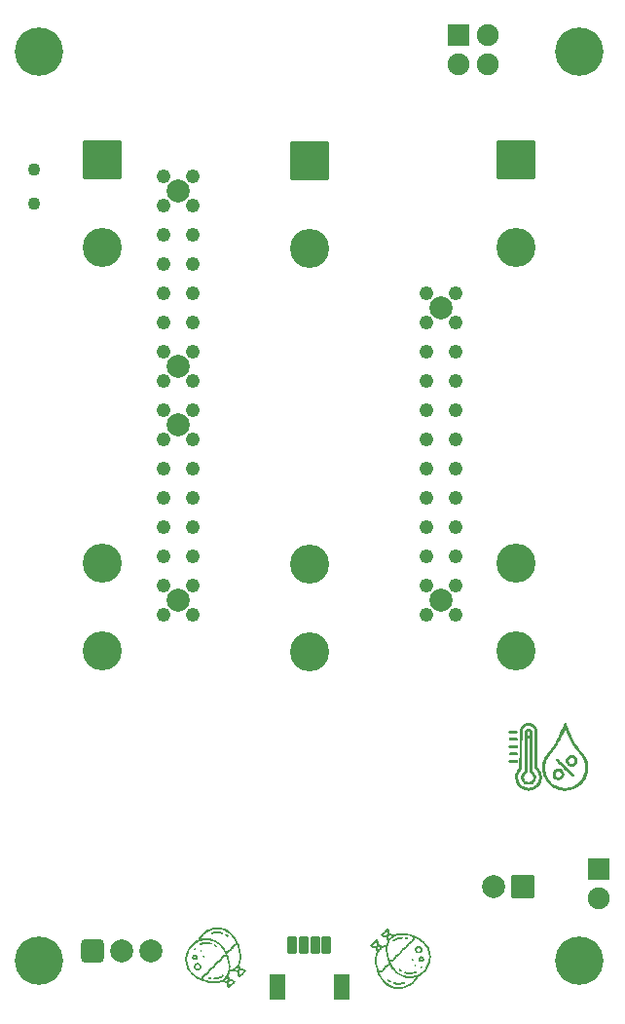
<source format=gbs>
G04 #@! TF.GenerationSoftware,KiCad,Pcbnew,7.0.7*
G04 #@! TF.CreationDate,2023-09-21T00:46:47-05:00*
G04 #@! TF.ProjectId,particle-bamf23-badge,70617274-6963-46c6-952d-62616d663233,v1.0*
G04 #@! TF.SameCoordinates,Original*
G04 #@! TF.FileFunction,Soldermask,Bot*
G04 #@! TF.FilePolarity,Negative*
%FSLAX46Y46*%
G04 Gerber Fmt 4.6, Leading zero omitted, Abs format (unit mm)*
G04 Created by KiCad (PCBNEW 7.0.7) date 2023-09-21 00:46:47*
%MOMM*%
%LPD*%
G01*
G04 APERTURE LIST*
G04 Aperture macros list*
%AMRoundRect*
0 Rectangle with rounded corners*
0 $1 Rounding radius*
0 $2 $3 $4 $5 $6 $7 $8 $9 X,Y pos of 4 corners*
0 Add a 4 corners polygon primitive as box body*
4,1,4,$2,$3,$4,$5,$6,$7,$8,$9,$2,$3,0*
0 Add four circle primitives for the rounded corners*
1,1,$1+$1,$2,$3*
1,1,$1+$1,$4,$5*
1,1,$1+$1,$6,$7*
1,1,$1+$1,$8,$9*
0 Add four rect primitives between the rounded corners*
20,1,$1+$1,$2,$3,$4,$5,0*
20,1,$1+$1,$4,$5,$6,$7,0*
20,1,$1+$1,$6,$7,$8,$9,0*
20,1,$1+$1,$8,$9,$2,$3,0*%
G04 Aperture macros list end*
%ADD10RoundRect,0.100000X-1.600000X1.600000X-1.600000X-1.600000X1.600000X-1.600000X1.600000X1.600000X0*%
%ADD11C,3.400000*%
%ADD12RoundRect,0.100000X-0.900000X-0.900000X0.900000X-0.900000X0.900000X0.900000X-0.900000X0.900000X0*%
%ADD13C,2.000000*%
%ADD14RoundRect,0.350200X-0.649800X-0.649800X0.649800X-0.649800X0.649800X0.649800X-0.649800X0.649800X0*%
%ADD15C,1.100000*%
%ADD16C,1.220000*%
%ADD17RoundRect,0.100000X-0.850000X-0.850000X0.850000X-0.850000X0.850000X0.850000X-0.850000X0.850000X0*%
%ADD18O,1.900000X1.900000*%
%ADD19C,4.200000*%
%ADD20RoundRect,0.101600X0.300000X0.675000X-0.300000X0.675000X-0.300000X-0.675000X0.300000X-0.675000X0*%
%ADD21RoundRect,0.101600X0.600000X1.000000X-0.600000X1.000000X-0.600000X-1.000000X0.600000X-1.000000X0*%
G04 APERTURE END LIST*
G36*
X117065506Y-131439258D02*
G01*
X117099933Y-131450798D01*
X117123266Y-131473989D01*
X117133611Y-131504538D01*
X117129068Y-131538156D01*
X117107740Y-131570552D01*
X117100062Y-131577393D01*
X117067735Y-131592749D01*
X117034390Y-131592318D01*
X117004737Y-131578048D01*
X116983490Y-131551889D01*
X116975360Y-131515791D01*
X116975591Y-131509353D01*
X116986798Y-131473885D01*
X117012510Y-131449260D01*
X117049483Y-131438842D01*
X117065506Y-131439258D01*
G37*
G36*
X117828473Y-132088461D02*
G01*
X117865696Y-132099030D01*
X117890375Y-132122576D01*
X117900069Y-132157030D01*
X117899757Y-132169388D01*
X117888346Y-132205806D01*
X117863859Y-132231266D01*
X117830122Y-132242929D01*
X117790960Y-132237956D01*
X117777511Y-132232253D01*
X117762089Y-132218667D01*
X117749347Y-132193504D01*
X117747579Y-132188816D01*
X117741841Y-132159893D01*
X117744513Y-132136410D01*
X117760590Y-132108287D01*
X117783720Y-132092464D01*
X117818751Y-132088082D01*
X117828473Y-132088461D01*
G37*
G36*
X117610986Y-131613648D02*
G01*
X117614178Y-131615140D01*
X117644213Y-131638762D01*
X117660856Y-131670428D01*
X117663618Y-131705106D01*
X117652011Y-131737761D01*
X117625546Y-131763359D01*
X117593995Y-131773021D01*
X117560718Y-131767555D01*
X117531768Y-131749298D01*
X117511968Y-131721345D01*
X117506141Y-131686789D01*
X117506265Y-131685304D01*
X117512208Y-131658321D01*
X117522440Y-131639405D01*
X117532207Y-131631634D01*
X117559343Y-131618660D01*
X117588608Y-131611791D01*
X117610986Y-131613648D01*
G37*
G36*
X118386134Y-133957875D02*
G01*
X118394697Y-133959578D01*
X118442766Y-133972779D01*
X118474134Y-133990014D01*
X118491197Y-134013155D01*
X118496352Y-134044078D01*
X118489004Y-134077980D01*
X118466433Y-134106392D01*
X118432298Y-134121405D01*
X118411023Y-134122842D01*
X118372103Y-134120018D01*
X118329571Y-134112811D01*
X118291145Y-134102622D01*
X118264540Y-134090859D01*
X118250702Y-134079555D01*
X118241400Y-134061311D01*
X118239069Y-134031879D01*
X118242684Y-133999697D01*
X118257961Y-133971140D01*
X118286226Y-133955022D01*
X118328581Y-133950786D01*
X118386134Y-133957875D01*
G37*
G36*
X118810247Y-131115722D02*
G01*
X118834055Y-131123216D01*
X118863189Y-131138800D01*
X118902501Y-131164670D01*
X118928328Y-131182665D01*
X118966027Y-131210397D01*
X118990977Y-131232016D01*
X119005688Y-131250285D01*
X119012673Y-131267969D01*
X119014444Y-131287831D01*
X119014416Y-131290032D01*
X119004818Y-131326471D01*
X118980060Y-131352801D01*
X118943223Y-131365658D01*
X118939003Y-131366049D01*
X118921080Y-131364619D01*
X118900014Y-131356792D01*
X118871723Y-131340685D01*
X118832128Y-131314418D01*
X118790059Y-131284719D01*
X118751386Y-131254140D01*
X118726731Y-131228736D01*
X118714373Y-131206145D01*
X118712588Y-131184001D01*
X118719655Y-131159939D01*
X118732756Y-131136342D01*
X118755849Y-131119028D01*
X118790765Y-131114070D01*
X118810247Y-131115722D01*
G37*
G36*
X119798255Y-130202369D02*
G01*
X119809494Y-130207855D01*
X119838118Y-130224791D01*
X119872154Y-130247390D01*
X119907202Y-130272456D01*
X119938864Y-130296789D01*
X119962739Y-130317189D01*
X119974428Y-130330460D01*
X119983274Y-130361391D01*
X119980316Y-130398382D01*
X119963212Y-130428238D01*
X119957290Y-130433897D01*
X119935475Y-130448926D01*
X119912156Y-130453375D01*
X119884078Y-130446620D01*
X119847989Y-130428033D01*
X119800638Y-130396993D01*
X119786189Y-130386974D01*
X119747234Y-130359644D01*
X119720905Y-130339926D01*
X119704546Y-130325117D01*
X119695507Y-130312521D01*
X119691131Y-130299435D01*
X119688768Y-130283163D01*
X119689937Y-130259753D01*
X119704719Y-130229085D01*
X119730889Y-130206944D01*
X119763663Y-130196863D01*
X119798255Y-130202369D01*
G37*
G36*
X119502778Y-133742829D02*
G01*
X119529245Y-133759401D01*
X119547489Y-133792044D01*
X119551794Y-133808386D01*
X119549708Y-133834439D01*
X119534927Y-133861835D01*
X119505880Y-133893088D01*
X119461000Y-133930712D01*
X119440559Y-133946160D01*
X119333533Y-134012944D01*
X119213177Y-134067010D01*
X119081185Y-134107812D01*
X118939248Y-134134805D01*
X118789056Y-134147443D01*
X118756869Y-134147915D01*
X118729128Y-134145375D01*
X118709970Y-134137984D01*
X118693362Y-134124282D01*
X118675502Y-134100303D01*
X118667793Y-134064802D01*
X118667950Y-134057566D01*
X118673116Y-134030550D01*
X118687479Y-134011008D01*
X118713609Y-133997467D01*
X118754075Y-133988456D01*
X118811447Y-133982504D01*
X118832230Y-133980862D01*
X118969062Y-133963743D01*
X119090368Y-133936544D01*
X119197474Y-133898811D01*
X119291706Y-133850091D01*
X119374387Y-133789931D01*
X119377237Y-133787502D01*
X119408327Y-133762211D01*
X119430991Y-133747531D01*
X119450479Y-133740728D01*
X119472044Y-133739069D01*
X119502778Y-133742829D01*
G37*
G36*
X119194482Y-129997905D02*
G01*
X119338781Y-130020463D01*
X119402606Y-130035621D01*
X119454298Y-130052135D01*
X119490020Y-130070064D01*
X119511610Y-130090671D01*
X119520908Y-130115221D01*
X119519748Y-130144978D01*
X119517659Y-130154729D01*
X119501981Y-130186987D01*
X119474637Y-130204812D01*
X119434798Y-130208527D01*
X119381634Y-130198453D01*
X119313055Y-130181677D01*
X119174090Y-130160673D01*
X119029025Y-130154237D01*
X118882260Y-130162245D01*
X118738197Y-130184567D01*
X118601236Y-130221077D01*
X118599618Y-130221608D01*
X118553579Y-130234522D01*
X118520052Y-130237819D01*
X118494544Y-130231277D01*
X118472566Y-130214673D01*
X118455458Y-130194154D01*
X118446311Y-130166455D01*
X118453143Y-130134465D01*
X118455055Y-130129769D01*
X118463773Y-130113135D01*
X118476233Y-130100159D01*
X118496179Y-130088524D01*
X118527354Y-130075915D01*
X118573503Y-130060018D01*
X118602887Y-130050654D01*
X118743276Y-130016519D01*
X118891895Y-129996183D01*
X119043909Y-129989894D01*
X119194482Y-129997905D01*
G37*
G36*
X118148262Y-130907180D02*
G01*
X118293467Y-130921817D01*
X118429611Y-130950433D01*
X118444228Y-130954616D01*
X118482289Y-130967201D01*
X118512344Y-130979524D01*
X118528901Y-130989429D01*
X118532380Y-130993885D01*
X118541489Y-131017557D01*
X118545142Y-131047671D01*
X118543754Y-131072360D01*
X118536185Y-131092158D01*
X118518733Y-131107611D01*
X118506051Y-131115155D01*
X118490194Y-131120426D01*
X118469874Y-131121637D01*
X118441468Y-131118614D01*
X118401358Y-131111176D01*
X118345920Y-131099148D01*
X118297122Y-131089139D01*
X118138286Y-131069170D01*
X117979565Y-131068628D01*
X117820450Y-131087532D01*
X117660424Y-131125902D01*
X117610460Y-131139439D01*
X117559007Y-131148212D01*
X117521729Y-131146476D01*
X117497053Y-131133778D01*
X117483402Y-131109667D01*
X117479201Y-131073685D01*
X117479471Y-131065676D01*
X117484442Y-131037430D01*
X117493702Y-131018801D01*
X117497264Y-131016000D01*
X117518105Y-131004977D01*
X117550457Y-130991399D01*
X117588979Y-130977575D01*
X117702662Y-130945728D01*
X117848421Y-130919280D01*
X117998433Y-130906383D01*
X118148262Y-130907180D01*
G37*
G36*
X117094854Y-131981175D02*
G01*
X117152866Y-131999243D01*
X117203841Y-132029886D01*
X117246018Y-132070920D01*
X117277640Y-132120160D01*
X117296947Y-132175424D01*
X117302180Y-132234526D01*
X117291582Y-132295282D01*
X117263393Y-132355508D01*
X117228951Y-132398732D01*
X117176367Y-132438822D01*
X117115766Y-132462691D01*
X117050089Y-132469276D01*
X116982276Y-132457508D01*
X116951710Y-132445628D01*
X116896772Y-132410209D01*
X116876652Y-132387913D01*
X116853906Y-132362706D01*
X116824513Y-132306292D01*
X116809991Y-132244131D01*
X116810529Y-132224215D01*
X116972546Y-132224215D01*
X116974897Y-132243117D01*
X116989686Y-132274880D01*
X117014312Y-132295427D01*
X117044541Y-132304678D01*
X117076136Y-132302559D01*
X117104862Y-132288991D01*
X117126482Y-132263898D01*
X117136762Y-132227202D01*
X117135850Y-132207387D01*
X117121489Y-132173959D01*
X117093579Y-132150515D01*
X117055795Y-132140966D01*
X117026132Y-132145148D01*
X116996712Y-132165132D01*
X116978512Y-132190189D01*
X116972546Y-132224215D01*
X116810529Y-132224215D01*
X116811741Y-132179395D01*
X116831160Y-132115253D01*
X116834864Y-132107913D01*
X116860221Y-132072531D01*
X116895239Y-132037295D01*
X116933636Y-132007906D01*
X116969132Y-131990064D01*
X117031560Y-131977866D01*
X117094854Y-131981175D01*
G37*
G36*
X117324374Y-132718432D02*
G01*
X117346177Y-132721975D01*
X117396179Y-132733809D01*
X117437049Y-132751452D01*
X117475498Y-132778350D01*
X117518239Y-132817947D01*
X117534571Y-132834440D01*
X117561639Y-132863651D01*
X117579710Y-132887730D01*
X117592564Y-132912157D01*
X117603973Y-132942412D01*
X117609314Y-132960189D01*
X117619503Y-133029123D01*
X117616341Y-133101506D01*
X117599973Y-133169051D01*
X117578717Y-133209690D01*
X117543649Y-133255237D01*
X117500700Y-133298415D01*
X117455047Y-133334049D01*
X117411866Y-133356971D01*
X117386195Y-133365012D01*
X117314529Y-133375809D01*
X117240430Y-133372664D01*
X117171939Y-133355624D01*
X117105847Y-133321099D01*
X117050923Y-133273514D01*
X117050263Y-133272941D01*
X117007175Y-133214447D01*
X116977537Y-133148523D01*
X116962299Y-133078074D01*
X116962322Y-133063519D01*
X117125294Y-133063519D01*
X117136677Y-133115496D01*
X117164376Y-133160061D01*
X117206853Y-133192953D01*
X117262734Y-133212679D01*
X117311031Y-133214342D01*
X117361343Y-133198046D01*
X117407392Y-133163663D01*
X117432390Y-133133447D01*
X117452171Y-133087154D01*
X117455016Y-133033011D01*
X117450944Y-133007260D01*
X117430455Y-132957463D01*
X117396510Y-132918811D01*
X117352027Y-132893281D01*
X117299928Y-132882850D01*
X117243133Y-132889497D01*
X117234435Y-132892102D01*
X117186087Y-132917332D01*
X117150713Y-132955888D01*
X117129915Y-133005406D01*
X117125294Y-133063519D01*
X116962322Y-133063519D01*
X116962412Y-133006005D01*
X116978826Y-132935222D01*
X117012494Y-132868629D01*
X117030252Y-132843227D01*
X117054893Y-132814087D01*
X117082915Y-132790637D01*
X117121557Y-132766071D01*
X117167642Y-132744197D01*
X117223029Y-132727082D01*
X117277803Y-132717900D01*
X117324374Y-132718432D01*
G37*
G36*
X119067402Y-129630249D02*
G01*
X119175541Y-129635049D01*
X119273848Y-129645279D01*
X119368269Y-129661861D01*
X119464754Y-129685716D01*
X119569248Y-129717766D01*
X119626332Y-129737556D01*
X119800347Y-129810610D01*
X119962829Y-129898860D01*
X120113118Y-130001871D01*
X120250556Y-130119205D01*
X120374482Y-130250429D01*
X120445891Y-130337909D01*
X120581920Y-130525770D01*
X120701556Y-130722511D01*
X120805226Y-130929023D01*
X120893357Y-131146206D01*
X120966373Y-131374953D01*
X121024703Y-131616162D01*
X121029169Y-131638252D01*
X121059801Y-131828312D01*
X121075866Y-132013952D01*
X121077471Y-132193625D01*
X121064722Y-132365783D01*
X121037726Y-132528877D01*
X120996592Y-132681362D01*
X120941424Y-132821689D01*
X120908549Y-132892432D01*
X120955103Y-132947525D01*
X120955346Y-132947813D01*
X121000127Y-133012038D01*
X121027556Y-133079800D01*
X121039739Y-133156293D01*
X121043417Y-133214050D01*
X121082309Y-133204869D01*
X121106606Y-133200338D01*
X121179666Y-133198674D01*
X121256429Y-133212442D01*
X121332398Y-133240565D01*
X121403075Y-133281961D01*
X121438562Y-133309496D01*
X121473866Y-133345483D01*
X121492493Y-133379351D01*
X121495714Y-133412896D01*
X121494234Y-133421758D01*
X121491093Y-133430893D01*
X121484939Y-133441767D01*
X121474420Y-133455885D01*
X121458182Y-133474753D01*
X121434868Y-133499876D01*
X121403127Y-133532762D01*
X121361603Y-133574915D01*
X121308942Y-133627844D01*
X121243789Y-133693050D01*
X121189728Y-133747137D01*
X121127384Y-133809245D01*
X121076254Y-133859166D01*
X121034765Y-133897758D01*
X121001342Y-133925881D01*
X120974409Y-133944392D01*
X120952391Y-133954150D01*
X120933714Y-133956013D01*
X120916800Y-133950839D01*
X120900076Y-133939488D01*
X120881965Y-133922817D01*
X120860894Y-133901683D01*
X120840826Y-133880119D01*
X120833072Y-133868900D01*
X120791376Y-133808569D01*
X120758833Y-133728646D01*
X120743899Y-133642517D01*
X120744131Y-133636322D01*
X120907203Y-133636322D01*
X120916143Y-133687038D01*
X120936188Y-133734699D01*
X120947094Y-133754878D01*
X121120257Y-133581715D01*
X121156968Y-133544940D01*
X121202242Y-133499238D01*
X121235979Y-133464496D01*
X121259630Y-133439066D01*
X121274644Y-133421300D01*
X121282473Y-133409550D01*
X121284566Y-133402168D01*
X121282375Y-133397508D01*
X121271864Y-133389293D01*
X121237139Y-133374716D01*
X121191244Y-133366292D01*
X121139613Y-133365249D01*
X121109735Y-133368230D01*
X121059925Y-133376594D01*
X121014566Y-133387577D01*
X120951602Y-133406306D01*
X120931867Y-133475118D01*
X120922384Y-133510456D01*
X120909304Y-133578733D01*
X120907203Y-133636322D01*
X120744131Y-133636322D01*
X120747282Y-133552349D01*
X120755405Y-133494187D01*
X120707760Y-133495161D01*
X120638146Y-133487322D01*
X120565990Y-133460860D01*
X120494132Y-133416390D01*
X120484541Y-133409208D01*
X120432622Y-133370332D01*
X120330417Y-133413933D01*
X120299336Y-133426726D01*
X120247525Y-133446442D01*
X120198606Y-133463356D01*
X120160019Y-133474811D01*
X120091826Y-133492090D01*
X120074007Y-133560487D01*
X120067489Y-133583106D01*
X120052187Y-133629225D01*
X120033235Y-133680968D01*
X120013311Y-133730822D01*
X119970434Y-133832757D01*
X120016149Y-133894491D01*
X120020576Y-133900510D01*
X120054941Y-133952081D01*
X120077077Y-133997847D01*
X120089378Y-134044017D01*
X120094240Y-134096795D01*
X120095806Y-134128929D01*
X120098787Y-134148225D01*
X120104316Y-134154796D01*
X120113629Y-134152184D01*
X120115532Y-134151293D01*
X120140405Y-134145582D01*
X120177594Y-134142625D01*
X120220837Y-134142472D01*
X120263869Y-134145169D01*
X120300427Y-134150764D01*
X120309186Y-134152877D01*
X120378756Y-134178024D01*
X120445693Y-134215545D01*
X120501683Y-134260894D01*
X120517658Y-134276778D01*
X120535586Y-134295514D01*
X120548419Y-134312450D01*
X120555299Y-134329162D01*
X120555369Y-134347224D01*
X120547769Y-134368211D01*
X120531642Y-134393700D01*
X120506129Y-134425264D01*
X120470371Y-134464480D01*
X120423511Y-134512923D01*
X120364689Y-134572167D01*
X120293049Y-134643790D01*
X120228109Y-134708676D01*
X120175130Y-134761391D01*
X120132931Y-134802962D01*
X120100006Y-134834745D01*
X120074851Y-134858093D01*
X120055959Y-134874361D01*
X120041823Y-134884903D01*
X120030938Y-134891074D01*
X120021797Y-134894225D01*
X120012895Y-134895715D01*
X119984077Y-134893460D01*
X119951657Y-134879584D01*
X119932870Y-134863873D01*
X119901312Y-134828331D01*
X119876539Y-134793498D01*
X119869596Y-134783735D01*
X119841598Y-134735721D01*
X119821196Y-134689926D01*
X119816436Y-134674646D01*
X119806506Y-134624030D01*
X119801260Y-134566454D01*
X119801255Y-134556534D01*
X119965189Y-134556534D01*
X119967591Y-134609499D01*
X119977968Y-134649638D01*
X119979268Y-134652548D01*
X119986051Y-134667350D01*
X119992651Y-134677387D01*
X120000828Y-134681542D01*
X120012345Y-134678694D01*
X120028965Y-134667725D01*
X120052449Y-134647517D01*
X120084560Y-134616948D01*
X120127062Y-134574902D01*
X120181715Y-134520258D01*
X120354877Y-134347095D01*
X120334698Y-134336188D01*
X120286426Y-134317536D01*
X120226334Y-134307586D01*
X120167309Y-134309720D01*
X120146514Y-134313459D01*
X120099577Y-134324140D01*
X120057353Y-134336200D01*
X120004288Y-134353759D01*
X119982984Y-134435217D01*
X119970645Y-134495705D01*
X119965189Y-134556534D01*
X119801255Y-134556534D01*
X119801234Y-134510403D01*
X119806964Y-134464364D01*
X119813391Y-134436414D01*
X119774320Y-134439778D01*
X119723520Y-134437336D01*
X119662880Y-134421277D01*
X119602501Y-134393393D01*
X119548323Y-134355887D01*
X119527698Y-134338419D01*
X119492431Y-134308550D01*
X119421682Y-134341418D01*
X119327895Y-134380443D01*
X119176877Y-134426881D01*
X119015048Y-134458550D01*
X118843592Y-134475453D01*
X118663699Y-134477593D01*
X118476554Y-134464970D01*
X118283345Y-134437588D01*
X118085259Y-134395450D01*
X117883483Y-134338557D01*
X117773564Y-134301922D01*
X117681118Y-134265962D01*
X117568478Y-134222148D01*
X117376466Y-134131070D01*
X117303075Y-134089108D01*
X117794092Y-134089108D01*
X117798836Y-134129271D01*
X117798932Y-134129578D01*
X117807101Y-134139979D01*
X117826678Y-134151502D01*
X117860177Y-134165358D01*
X117910112Y-134182753D01*
X117940384Y-134192618D01*
X118128048Y-134245923D01*
X118313356Y-134285268D01*
X118494741Y-134310603D01*
X118670637Y-134321879D01*
X118839481Y-134319050D01*
X118999706Y-134302065D01*
X119149748Y-134270877D01*
X119286020Y-134226101D01*
X119640016Y-134226101D01*
X119664662Y-134242903D01*
X119702833Y-134262474D01*
X119753035Y-134274271D01*
X119802367Y-134273011D01*
X119844515Y-134258161D01*
X119863959Y-134243654D01*
X119894705Y-134210087D01*
X119919373Y-134170991D01*
X119932542Y-134134014D01*
X119933520Y-134108122D01*
X119926756Y-134067156D01*
X119912888Y-134027947D01*
X119894419Y-133999330D01*
X119889170Y-133995035D01*
X119882628Y-133994227D01*
X119872947Y-133998877D01*
X119858003Y-134010666D01*
X119835677Y-134031283D01*
X119803845Y-134062410D01*
X119760385Y-134105732D01*
X119640016Y-134226101D01*
X119286020Y-134226101D01*
X119288041Y-134225437D01*
X119371985Y-134187871D01*
X119494841Y-134116056D01*
X119605404Y-134029673D01*
X119702898Y-133929680D01*
X119786550Y-133817033D01*
X119855583Y-133692689D01*
X119909221Y-133557605D01*
X119918453Y-133521912D01*
X119946692Y-133412737D01*
X119968616Y-133265719D01*
X119978822Y-133083401D01*
X119971927Y-132893331D01*
X119948003Y-132696305D01*
X119907116Y-132493122D01*
X119849336Y-132284575D01*
X119837323Y-132246926D01*
X119820741Y-132199779D01*
X119805742Y-132167456D01*
X119790106Y-132147472D01*
X119771614Y-132137343D01*
X119748045Y-132134589D01*
X119717183Y-132136724D01*
X119700166Y-132139154D01*
X119632921Y-132160139D01*
X119567136Y-132197633D01*
X119505692Y-132249318D01*
X119451472Y-132312872D01*
X119407359Y-132385978D01*
X119397953Y-132404357D01*
X119371891Y-132448278D01*
X119339974Y-132491498D01*
X119297563Y-132540548D01*
X119285932Y-132553299D01*
X119255135Y-132585901D01*
X119229096Y-132610211D01*
X119202299Y-132630569D01*
X119169226Y-132651313D01*
X119124360Y-132676783D01*
X119082587Y-132701097D01*
X119013292Y-132748507D01*
X118958054Y-132798252D01*
X118913377Y-132853732D01*
X118875759Y-132918347D01*
X118870136Y-132929326D01*
X118842894Y-132975882D01*
X118809624Y-133021411D01*
X118765655Y-133072456D01*
X118754371Y-133084827D01*
X118723455Y-133117578D01*
X118697362Y-133141972D01*
X118670558Y-133162365D01*
X118637509Y-133183110D01*
X118592684Y-133208561D01*
X118539929Y-133240005D01*
X118464229Y-133295579D01*
X118405297Y-133354818D01*
X118361403Y-133419297D01*
X118334096Y-133468520D01*
X118307390Y-133513719D01*
X118283479Y-133549334D01*
X118259190Y-133579652D01*
X118231351Y-133608955D01*
X118196788Y-133641524D01*
X118167193Y-133667632D01*
X118107996Y-133712978D01*
X118048232Y-133748559D01*
X117965800Y-133798020D01*
X117899914Y-133853109D01*
X117849986Y-133914944D01*
X117814367Y-133985195D01*
X117812742Y-133989505D01*
X117799000Y-134040001D01*
X117794092Y-134089108D01*
X117303075Y-134089108D01*
X117194684Y-134027135D01*
X117020286Y-133908791D01*
X116850428Y-133774483D01*
X116819384Y-133747475D01*
X116759152Y-133687559D01*
X116694597Y-133623346D01*
X116581962Y-133485284D01*
X116482679Y-133335266D01*
X116397952Y-133175265D01*
X116328983Y-133007255D01*
X116276977Y-132833212D01*
X116270407Y-132805382D01*
X116238522Y-132622233D01*
X116228729Y-132482150D01*
X116392240Y-132482150D01*
X116409282Y-132654512D01*
X116444095Y-132824628D01*
X116496785Y-132990851D01*
X116567461Y-133151532D01*
X116597366Y-133208794D01*
X116642270Y-133286841D01*
X116689128Y-133357290D01*
X116741428Y-133424877D01*
X116802661Y-133494335D01*
X116876317Y-133570395D01*
X116918551Y-133612016D01*
X116986078Y-133675341D01*
X117050347Y-133730513D01*
X117116572Y-133781692D01*
X117189971Y-133833031D01*
X117275759Y-133888688D01*
X117279917Y-133891299D01*
X117318902Y-133914739D01*
X117365506Y-133941368D01*
X117416224Y-133969335D01*
X117467551Y-133996790D01*
X117515979Y-134021881D01*
X117558004Y-134042760D01*
X117590117Y-134057573D01*
X117608813Y-134064472D01*
X117611597Y-134064697D01*
X117620603Y-134058393D01*
X117629404Y-134038734D01*
X117639486Y-134002726D01*
X117648596Y-133967709D01*
X117665238Y-133914992D01*
X117684768Y-133871214D01*
X117710258Y-133831066D01*
X117744782Y-133789241D01*
X117791418Y-133740429D01*
X117805177Y-133726631D01*
X117841534Y-133691195D01*
X117871013Y-133665100D01*
X117898504Y-133644582D01*
X117928894Y-133625880D01*
X117967073Y-133605230D01*
X117989521Y-133593112D01*
X118057655Y-133549666D01*
X118112532Y-133501297D01*
X118159008Y-133443148D01*
X118201942Y-133370362D01*
X118205834Y-133362957D01*
X118226319Y-133325717D01*
X118245436Y-133295773D01*
X118267120Y-133267995D01*
X118295312Y-133237255D01*
X118333949Y-133198422D01*
X118335035Y-133197349D01*
X118374493Y-133159191D01*
X118405693Y-133131483D01*
X118433592Y-133110485D01*
X118463148Y-133092458D01*
X118499318Y-133073660D01*
X118501375Y-133072634D01*
X118574456Y-133029659D01*
X118634945Y-132978884D01*
X118686733Y-132916404D01*
X118733707Y-132838312D01*
X118752960Y-132802844D01*
X118773294Y-132769781D01*
X118795433Y-132740252D01*
X118823599Y-132708702D01*
X118862012Y-132669578D01*
X118895776Y-132636543D01*
X118928081Y-132607339D01*
X118957172Y-132585029D01*
X118988454Y-132565532D01*
X119027334Y-132544769D01*
X119093385Y-132506468D01*
X119159751Y-132453715D01*
X119213840Y-132390877D01*
X119259513Y-132314120D01*
X119285279Y-132268692D01*
X119329297Y-132205720D01*
X119379764Y-132145808D01*
X119432289Y-132094050D01*
X119482477Y-132055540D01*
X119507259Y-132040856D01*
X119566414Y-132012073D01*
X119626598Y-131989985D01*
X119679953Y-131977687D01*
X119685434Y-131976874D01*
X119711856Y-131969437D01*
X119721183Y-131958947D01*
X119720509Y-131954675D01*
X119712679Y-131932969D01*
X119697377Y-131898780D01*
X119695161Y-131894226D01*
X119871893Y-131894226D01*
X119919307Y-132012601D01*
X119963067Y-132128185D01*
X120033414Y-132351402D01*
X120085366Y-132574787D01*
X120118747Y-132797286D01*
X120133372Y-133017847D01*
X120129063Y-133235417D01*
X120123861Y-133316504D01*
X120198384Y-133290852D01*
X120219993Y-133282247D01*
X120594314Y-133282247D01*
X120594894Y-133288893D01*
X120599329Y-133294420D01*
X120618758Y-133308225D01*
X120655966Y-133323589D01*
X120697329Y-133332529D01*
X120734013Y-133332543D01*
X120755923Y-133326166D01*
X120795103Y-133305329D01*
X120831732Y-133276305D01*
X120858160Y-133244515D01*
X120871549Y-133209815D01*
X120874964Y-133161215D01*
X120865236Y-133110727D01*
X120842902Y-133064663D01*
X120826100Y-133040016D01*
X120705731Y-133160386D01*
X120664220Y-133202018D01*
X120632539Y-133234367D01*
X120611451Y-133257107D01*
X120599270Y-133272359D01*
X120594314Y-133282247D01*
X120219993Y-133282247D01*
X120283866Y-133256812D01*
X120389321Y-133202694D01*
X120484760Y-133140197D01*
X120527751Y-133105256D01*
X120589873Y-133046325D01*
X120650634Y-132980113D01*
X120704873Y-132912343D01*
X120747428Y-132848746D01*
X120807664Y-132730509D01*
X120859471Y-132589292D01*
X120896001Y-132437347D01*
X120917229Y-132275465D01*
X120923131Y-132104438D01*
X120913684Y-131925058D01*
X120888864Y-131738113D01*
X120848646Y-131544398D01*
X120793006Y-131344703D01*
X120788776Y-131331244D01*
X120771689Y-131278729D01*
X120758323Y-131241855D01*
X120747517Y-131217978D01*
X120738108Y-131204449D01*
X120728938Y-131198623D01*
X120708531Y-131194886D01*
X120664401Y-131195780D01*
X120615265Y-131205021D01*
X120568564Y-131221546D01*
X120559965Y-131225611D01*
X120495182Y-131264394D01*
X120438707Y-131314814D01*
X120388039Y-131379498D01*
X120340679Y-131461075D01*
X120327889Y-131485030D01*
X120309599Y-131514568D01*
X120287830Y-131543086D01*
X120258897Y-131575274D01*
X120219114Y-131615826D01*
X120184786Y-131649470D01*
X120151103Y-131680150D01*
X120120946Y-131703783D01*
X120089056Y-131724429D01*
X120050174Y-131746140D01*
X120027523Y-131758545D01*
X119985061Y-131784628D01*
X119951373Y-131810887D01*
X119919804Y-131842231D01*
X119871893Y-131894226D01*
X119695161Y-131894226D01*
X119676248Y-131855350D01*
X119650938Y-131805920D01*
X119623092Y-131753729D01*
X119594354Y-131702018D01*
X119566370Y-131654025D01*
X119539912Y-131610974D01*
X119438757Y-131462467D01*
X119329858Y-131325847D01*
X119214961Y-131203022D01*
X119095814Y-131095902D01*
X118974159Y-131006396D01*
X118829189Y-130921421D01*
X118668422Y-130848100D01*
X118502891Y-130792772D01*
X118333925Y-130755376D01*
X118162852Y-130735852D01*
X117991001Y-130734143D01*
X117819702Y-130750186D01*
X117650282Y-130783920D01*
X117484071Y-130835289D01*
X117322398Y-130904231D01*
X117230880Y-130955013D01*
X117166592Y-130990685D01*
X117017983Y-131094593D01*
X116985128Y-131121998D01*
X116940486Y-131162469D01*
X116891502Y-131209329D01*
X116842644Y-131258196D01*
X116798381Y-131304690D01*
X116763179Y-131344429D01*
X116752878Y-131357482D01*
X116731286Y-131386584D01*
X116704849Y-131423511D01*
X116677137Y-131463327D01*
X116657181Y-131493155D01*
X116569847Y-131644366D01*
X116499640Y-131803224D01*
X116446669Y-131968080D01*
X116411042Y-132137286D01*
X116392863Y-132309191D01*
X116392240Y-132482150D01*
X116228729Y-132482150D01*
X116225651Y-132438113D01*
X116231480Y-132254388D01*
X116255697Y-132072421D01*
X116297991Y-131893579D01*
X116358050Y-131719227D01*
X116435561Y-131550729D01*
X116530214Y-131389453D01*
X116641696Y-131236762D01*
X116684663Y-131186003D01*
X116802786Y-131065166D01*
X116934882Y-130953417D01*
X117077483Y-130853527D01*
X117227129Y-130768270D01*
X117321433Y-130720491D01*
X117363705Y-130635622D01*
X117370890Y-130622285D01*
X117557101Y-130622285D01*
X117559638Y-130626254D01*
X117578351Y-130627150D01*
X117615146Y-130622078D01*
X117670275Y-130611011D01*
X117825619Y-130583914D01*
X118011175Y-130569346D01*
X118195913Y-130574020D01*
X118379024Y-130597784D01*
X118559698Y-130640479D01*
X118737126Y-130701952D01*
X118910499Y-130782050D01*
X119079009Y-130880615D01*
X119115630Y-130904797D01*
X119147740Y-130927282D01*
X119177293Y-130949994D01*
X119207528Y-130975688D01*
X119241681Y-131007118D01*
X119282989Y-131047040D01*
X119334689Y-131098207D01*
X119337305Y-131100812D01*
X119446185Y-131215083D01*
X119541364Y-131327962D01*
X119626659Y-131444666D01*
X119705891Y-131570412D01*
X119782879Y-131710415D01*
X119783471Y-131711533D01*
X119789853Y-131719067D01*
X119799441Y-131718296D01*
X119816036Y-131707663D01*
X119843438Y-131685613D01*
X119847960Y-131681942D01*
X119884222Y-131655638D01*
X119928274Y-131627413D01*
X119971587Y-131602778D01*
X120037457Y-131563636D01*
X120102837Y-131510429D01*
X120157378Y-131446358D01*
X120205311Y-131367155D01*
X120212595Y-131353314D01*
X120232100Y-131318296D01*
X120250883Y-131289480D01*
X120272697Y-131261982D01*
X120301294Y-131230922D01*
X120340429Y-131191418D01*
X120368663Y-131163891D01*
X120412946Y-131124348D01*
X120453186Y-131095211D01*
X120494690Y-131073405D01*
X120542767Y-131055855D01*
X120602726Y-131039486D01*
X120613721Y-131036685D01*
X120645286Y-131027038D01*
X120661154Y-131018307D01*
X120664230Y-131009055D01*
X120664218Y-131009002D01*
X120656827Y-130989234D01*
X120641570Y-130956140D01*
X120620334Y-130913305D01*
X120595002Y-130864315D01*
X120567461Y-130812756D01*
X120539593Y-130762211D01*
X120513286Y-130716268D01*
X120490424Y-130678509D01*
X120396040Y-130538828D01*
X120274601Y-130384958D01*
X120146048Y-130249153D01*
X120010142Y-130131250D01*
X119866646Y-130031085D01*
X119715321Y-129948498D01*
X119555929Y-129883324D01*
X119388233Y-129835401D01*
X119211994Y-129804567D01*
X119157297Y-129798655D01*
X118975818Y-129791352D01*
X118797145Y-129802996D01*
X118622353Y-129833299D01*
X118452513Y-129881972D01*
X118288697Y-129948727D01*
X118131976Y-130033275D01*
X117983422Y-130135328D01*
X117949647Y-130162549D01*
X117897637Y-130207865D01*
X117842681Y-130258823D01*
X117789373Y-130311014D01*
X117742306Y-130360032D01*
X117706074Y-130401470D01*
X117699356Y-130410013D01*
X117678717Y-130437893D01*
X117653849Y-130473010D01*
X117627354Y-130511514D01*
X117601831Y-130549547D01*
X117579882Y-130583256D01*
X117564105Y-130608787D01*
X117557101Y-130622285D01*
X117370890Y-130622285D01*
X117412318Y-130545388D01*
X117497183Y-130412324D01*
X117593556Y-130285434D01*
X117697968Y-130169162D01*
X117806948Y-130067953D01*
X117880469Y-130008726D01*
X118010045Y-129916487D01*
X118141828Y-129839000D01*
X118280502Y-129773636D01*
X118430752Y-129717766D01*
X118490884Y-129698670D01*
X118590140Y-129671344D01*
X118684731Y-129651695D01*
X118780607Y-129638801D01*
X118883713Y-129631739D01*
X119000000Y-129629591D01*
X119067402Y-129630249D01*
G37*
G36*
X136765610Y-133007682D02*
G01*
X136795263Y-133021952D01*
X136816510Y-133048111D01*
X136824640Y-133084209D01*
X136824409Y-133090647D01*
X136813202Y-133126115D01*
X136787490Y-133150740D01*
X136750517Y-133161158D01*
X136734494Y-133160742D01*
X136700067Y-133149202D01*
X136676734Y-133126011D01*
X136666389Y-133095462D01*
X136670932Y-133061844D01*
X136692260Y-133029448D01*
X136699938Y-133022607D01*
X136732265Y-133007251D01*
X136765610Y-133007682D01*
G37*
G36*
X136009040Y-132362044D02*
G01*
X136022489Y-132367747D01*
X136037911Y-132381333D01*
X136050653Y-132406496D01*
X136052421Y-132411184D01*
X136058159Y-132440107D01*
X136055487Y-132463590D01*
X136039410Y-132491713D01*
X136016280Y-132507536D01*
X135981249Y-132511918D01*
X135971527Y-132511539D01*
X135934304Y-132500970D01*
X135909625Y-132477424D01*
X135899931Y-132442970D01*
X135900243Y-132430612D01*
X135911654Y-132394194D01*
X135936141Y-132368734D01*
X135969878Y-132357071D01*
X136009040Y-132362044D01*
G37*
G36*
X136239282Y-132832445D02*
G01*
X136268232Y-132850702D01*
X136288032Y-132878655D01*
X136293859Y-132913211D01*
X136293735Y-132914696D01*
X136287792Y-132941679D01*
X136277560Y-132960595D01*
X136267793Y-132968366D01*
X136240657Y-132981340D01*
X136211392Y-132988209D01*
X136189014Y-132986352D01*
X136185822Y-132984860D01*
X136155787Y-132961238D01*
X136139144Y-132929572D01*
X136136382Y-132894894D01*
X136147989Y-132862239D01*
X136174454Y-132836641D01*
X136206005Y-132826979D01*
X136239282Y-132832445D01*
G37*
G36*
X135427897Y-130479982D02*
G01*
X135470429Y-130487189D01*
X135508855Y-130497378D01*
X135535460Y-130509141D01*
X135549298Y-130520445D01*
X135558600Y-130538689D01*
X135560931Y-130568121D01*
X135557316Y-130600303D01*
X135542039Y-130628860D01*
X135513774Y-130644978D01*
X135471419Y-130649214D01*
X135413866Y-130642125D01*
X135405303Y-130640422D01*
X135357234Y-130627221D01*
X135325866Y-130609986D01*
X135308803Y-130586845D01*
X135303648Y-130555922D01*
X135310996Y-130522020D01*
X135333567Y-130493608D01*
X135367702Y-130478595D01*
X135388977Y-130477158D01*
X135427897Y-130479982D01*
G37*
G36*
X134878920Y-133235381D02*
G01*
X134899986Y-133243208D01*
X134928277Y-133259315D01*
X134967872Y-133285582D01*
X135009941Y-133315281D01*
X135048614Y-133345860D01*
X135073269Y-133371264D01*
X135085627Y-133393855D01*
X135087412Y-133415999D01*
X135080345Y-133440061D01*
X135067244Y-133463658D01*
X135044151Y-133480972D01*
X135009235Y-133485930D01*
X134989753Y-133484278D01*
X134965945Y-133476784D01*
X134936811Y-133461200D01*
X134897499Y-133435330D01*
X134871672Y-133417335D01*
X134833973Y-133389603D01*
X134809023Y-133367984D01*
X134794312Y-133349715D01*
X134787327Y-133332031D01*
X134785556Y-133312169D01*
X134785584Y-133309968D01*
X134795182Y-133273529D01*
X134819940Y-133247199D01*
X134856777Y-133234342D01*
X134860997Y-133233951D01*
X134878920Y-133235381D01*
G37*
G36*
X133915922Y-134153380D02*
G01*
X133952011Y-134171967D01*
X133999362Y-134203007D01*
X134013811Y-134213026D01*
X134052766Y-134240356D01*
X134079095Y-134260074D01*
X134095454Y-134274883D01*
X134104493Y-134287479D01*
X134108869Y-134300565D01*
X134111232Y-134316837D01*
X134110063Y-134340247D01*
X134095281Y-134370915D01*
X134069111Y-134393056D01*
X134036337Y-134403137D01*
X134001745Y-134397631D01*
X133990506Y-134392145D01*
X133961882Y-134375209D01*
X133927846Y-134352610D01*
X133892798Y-134327544D01*
X133861136Y-134303211D01*
X133837261Y-134282811D01*
X133825572Y-134269540D01*
X133816726Y-134238609D01*
X133819684Y-134201618D01*
X133836788Y-134171762D01*
X133842710Y-134166103D01*
X133864525Y-134151074D01*
X133887844Y-134146625D01*
X133915922Y-134153380D01*
G37*
G36*
X135070872Y-130454625D02*
G01*
X135090030Y-130462016D01*
X135106638Y-130475718D01*
X135124498Y-130499697D01*
X135132207Y-130535198D01*
X135132050Y-130542434D01*
X135126884Y-130569450D01*
X135112521Y-130588992D01*
X135086391Y-130602533D01*
X135045925Y-130611544D01*
X134988553Y-130617496D01*
X134967770Y-130619138D01*
X134830938Y-130636257D01*
X134709632Y-130663456D01*
X134602526Y-130701189D01*
X134508294Y-130749909D01*
X134425613Y-130810069D01*
X134422763Y-130812498D01*
X134391673Y-130837789D01*
X134369009Y-130852469D01*
X134349521Y-130859272D01*
X134327956Y-130860931D01*
X134297222Y-130857171D01*
X134270755Y-130840599D01*
X134252511Y-130807956D01*
X134248206Y-130791614D01*
X134250292Y-130765561D01*
X134265073Y-130738165D01*
X134294120Y-130706912D01*
X134339000Y-130669288D01*
X134359441Y-130653840D01*
X134466467Y-130587056D01*
X134586823Y-130532990D01*
X134718815Y-130492188D01*
X134860752Y-130465195D01*
X135010944Y-130452557D01*
X135043131Y-130452085D01*
X135070872Y-130454625D01*
G37*
G36*
X135305456Y-134368723D02*
G01*
X135327434Y-134385327D01*
X135344542Y-134405846D01*
X135353689Y-134433545D01*
X135346857Y-134465535D01*
X135344945Y-134470231D01*
X135336227Y-134486865D01*
X135323767Y-134499841D01*
X135303821Y-134511476D01*
X135272646Y-134524085D01*
X135226497Y-134539982D01*
X135197113Y-134549346D01*
X135056724Y-134583481D01*
X134908105Y-134603817D01*
X134756091Y-134610106D01*
X134605518Y-134602095D01*
X134461219Y-134579537D01*
X134397394Y-134564379D01*
X134345702Y-134547865D01*
X134309980Y-134529936D01*
X134288390Y-134509329D01*
X134279092Y-134484779D01*
X134280252Y-134455022D01*
X134282341Y-134445271D01*
X134298019Y-134413013D01*
X134325363Y-134395188D01*
X134365202Y-134391473D01*
X134418366Y-134401547D01*
X134486945Y-134418323D01*
X134625910Y-134439327D01*
X134770975Y-134445763D01*
X134917740Y-134437755D01*
X135061803Y-134415433D01*
X135198764Y-134378923D01*
X135200382Y-134378392D01*
X135246421Y-134365478D01*
X135279948Y-134362181D01*
X135305456Y-134368723D01*
G37*
G36*
X136278271Y-133453524D02*
G01*
X136302947Y-133466222D01*
X136316598Y-133490333D01*
X136320799Y-133526315D01*
X136320529Y-133534324D01*
X136315558Y-133562570D01*
X136306298Y-133581199D01*
X136302736Y-133584000D01*
X136281895Y-133595023D01*
X136249543Y-133608601D01*
X136211021Y-133622425D01*
X136097338Y-133654272D01*
X135951579Y-133680720D01*
X135801567Y-133693617D01*
X135651738Y-133692820D01*
X135506533Y-133678183D01*
X135370389Y-133649567D01*
X135355772Y-133645384D01*
X135317711Y-133632799D01*
X135287656Y-133620476D01*
X135271099Y-133610571D01*
X135267620Y-133606115D01*
X135258511Y-133582443D01*
X135254858Y-133552329D01*
X135256246Y-133527640D01*
X135263815Y-133507842D01*
X135281267Y-133492389D01*
X135293949Y-133484845D01*
X135309806Y-133479574D01*
X135330126Y-133478363D01*
X135358532Y-133481386D01*
X135398642Y-133488824D01*
X135454080Y-133500852D01*
X135502878Y-133510861D01*
X135661714Y-133530830D01*
X135820435Y-133531372D01*
X135979550Y-133512468D01*
X136139576Y-133474098D01*
X136189540Y-133460561D01*
X136240993Y-133451788D01*
X136278271Y-133453524D01*
G37*
G36*
X136817724Y-132142492D02*
G01*
X136848290Y-132154372D01*
X136903228Y-132189791D01*
X136923348Y-132212087D01*
X136946094Y-132237294D01*
X136975487Y-132293708D01*
X136990009Y-132355869D01*
X136988259Y-132420605D01*
X136968840Y-132484747D01*
X136965136Y-132492087D01*
X136939779Y-132527469D01*
X136904761Y-132562705D01*
X136866364Y-132592094D01*
X136830868Y-132609936D01*
X136768440Y-132622134D01*
X136705146Y-132618825D01*
X136647134Y-132600757D01*
X136596159Y-132570114D01*
X136553982Y-132529080D01*
X136522360Y-132479840D01*
X136503053Y-132424576D01*
X136498468Y-132372798D01*
X136663238Y-132372798D01*
X136664150Y-132392613D01*
X136678511Y-132426041D01*
X136706421Y-132449485D01*
X136744205Y-132459034D01*
X136773868Y-132454852D01*
X136803288Y-132434868D01*
X136821488Y-132409811D01*
X136827454Y-132375785D01*
X136825103Y-132356883D01*
X136810314Y-132325120D01*
X136785688Y-132304573D01*
X136755459Y-132295322D01*
X136723864Y-132297441D01*
X136695138Y-132311009D01*
X136673518Y-132336102D01*
X136663238Y-132372798D01*
X136498468Y-132372798D01*
X136497820Y-132365474D01*
X136508418Y-132304718D01*
X136536607Y-132244492D01*
X136571049Y-132201268D01*
X136623633Y-132161178D01*
X136684234Y-132137309D01*
X136749911Y-132130724D01*
X136817724Y-132142492D01*
G37*
G36*
X136559570Y-131227336D02*
G01*
X136628061Y-131244376D01*
X136694153Y-131278901D01*
X136749077Y-131326486D01*
X136749737Y-131327059D01*
X136792825Y-131385553D01*
X136822463Y-131451477D01*
X136837701Y-131521926D01*
X136837588Y-131593995D01*
X136821174Y-131664778D01*
X136787506Y-131731371D01*
X136769748Y-131756773D01*
X136745107Y-131785913D01*
X136717085Y-131809363D01*
X136678443Y-131833929D01*
X136632358Y-131855803D01*
X136576971Y-131872918D01*
X136522197Y-131882100D01*
X136475626Y-131881568D01*
X136453823Y-131878025D01*
X136403821Y-131866191D01*
X136362951Y-131848548D01*
X136324502Y-131821650D01*
X136281761Y-131782053D01*
X136265429Y-131765560D01*
X136238361Y-131736349D01*
X136220290Y-131712270D01*
X136207436Y-131687843D01*
X136196027Y-131657588D01*
X136190686Y-131639811D01*
X136180497Y-131570877D01*
X136180667Y-131566989D01*
X136344984Y-131566989D01*
X136349056Y-131592740D01*
X136369545Y-131642537D01*
X136403490Y-131681189D01*
X136447973Y-131706719D01*
X136500072Y-131717150D01*
X136556867Y-131710503D01*
X136565565Y-131707898D01*
X136613913Y-131682668D01*
X136649287Y-131644112D01*
X136670085Y-131594594D01*
X136674706Y-131536481D01*
X136663323Y-131484504D01*
X136635624Y-131439939D01*
X136593147Y-131407047D01*
X136537266Y-131387321D01*
X136488969Y-131385658D01*
X136438657Y-131401954D01*
X136392608Y-131436337D01*
X136367610Y-131466553D01*
X136347829Y-131512846D01*
X136344984Y-131566989D01*
X136180667Y-131566989D01*
X136183659Y-131498494D01*
X136200027Y-131430949D01*
X136221283Y-131390310D01*
X136256351Y-131344763D01*
X136299300Y-131301585D01*
X136344953Y-131265951D01*
X136388134Y-131243029D01*
X136413805Y-131234988D01*
X136485471Y-131224191D01*
X136559570Y-131227336D01*
G37*
G36*
X133815923Y-129706540D02*
G01*
X133848343Y-129720416D01*
X133867130Y-129736127D01*
X133898688Y-129771669D01*
X133923461Y-129806502D01*
X133930404Y-129816265D01*
X133958402Y-129864279D01*
X133978804Y-129910074D01*
X133983564Y-129925354D01*
X133993494Y-129975970D01*
X133998740Y-130033546D01*
X133998766Y-130089597D01*
X133993036Y-130135636D01*
X133986609Y-130163586D01*
X134025680Y-130160222D01*
X134076480Y-130162664D01*
X134137120Y-130178723D01*
X134197499Y-130206607D01*
X134251677Y-130244113D01*
X134272302Y-130261581D01*
X134307569Y-130291450D01*
X134378318Y-130258582D01*
X134472105Y-130219557D01*
X134623123Y-130173119D01*
X134784952Y-130141450D01*
X134956408Y-130124547D01*
X135136301Y-130122407D01*
X135323446Y-130135030D01*
X135516655Y-130162412D01*
X135714741Y-130204550D01*
X135916517Y-130261443D01*
X136026436Y-130298078D01*
X136118882Y-130334038D01*
X136231522Y-130377852D01*
X136423534Y-130468930D01*
X136605316Y-130572865D01*
X136779714Y-130691209D01*
X136949572Y-130825517D01*
X136980616Y-130852525D01*
X137040848Y-130912441D01*
X137105403Y-130976654D01*
X137218038Y-131114716D01*
X137317321Y-131264734D01*
X137402048Y-131424735D01*
X137471017Y-131592745D01*
X137523023Y-131766788D01*
X137529593Y-131794618D01*
X137561478Y-131977767D01*
X137574349Y-132161887D01*
X137568520Y-132345612D01*
X137544303Y-132527579D01*
X137502009Y-132706421D01*
X137441950Y-132880773D01*
X137364439Y-133049271D01*
X137269786Y-133210547D01*
X137158304Y-133363238D01*
X137115337Y-133413997D01*
X136997214Y-133534834D01*
X136865118Y-133646583D01*
X136722517Y-133746473D01*
X136572871Y-133831730D01*
X136478567Y-133879509D01*
X136436295Y-133964378D01*
X136387682Y-134054612D01*
X136302817Y-134187676D01*
X136206444Y-134314566D01*
X136102032Y-134430838D01*
X135993052Y-134532047D01*
X135919531Y-134591274D01*
X135789955Y-134683513D01*
X135658172Y-134761000D01*
X135519498Y-134826364D01*
X135369248Y-134882234D01*
X135309116Y-134901330D01*
X135209860Y-134928656D01*
X135115269Y-134948305D01*
X135019393Y-134961199D01*
X134916287Y-134968261D01*
X134800000Y-134970409D01*
X134732598Y-134969751D01*
X134624459Y-134964951D01*
X134526152Y-134954721D01*
X134431731Y-134938139D01*
X134335246Y-134914284D01*
X134230752Y-134882234D01*
X134173668Y-134862444D01*
X133999653Y-134789390D01*
X133837171Y-134701140D01*
X133686882Y-134598129D01*
X133549444Y-134480795D01*
X133425518Y-134349571D01*
X133354109Y-134262091D01*
X133218080Y-134074230D01*
X133098444Y-133877489D01*
X132994774Y-133670977D01*
X132962298Y-133590945D01*
X133135770Y-133590945D01*
X133135782Y-133590998D01*
X133143173Y-133610766D01*
X133158430Y-133643860D01*
X133179666Y-133686695D01*
X133204998Y-133735685D01*
X133232539Y-133787244D01*
X133260407Y-133837789D01*
X133286714Y-133883732D01*
X133309576Y-133921491D01*
X133403960Y-134061172D01*
X133525399Y-134215042D01*
X133653952Y-134350847D01*
X133789858Y-134468750D01*
X133933354Y-134568915D01*
X134084679Y-134651502D01*
X134244071Y-134716676D01*
X134411767Y-134764599D01*
X134588006Y-134795433D01*
X134642703Y-134801345D01*
X134824182Y-134808648D01*
X135002855Y-134797004D01*
X135177647Y-134766701D01*
X135347487Y-134718028D01*
X135511303Y-134651273D01*
X135668024Y-134566725D01*
X135816578Y-134464672D01*
X135850353Y-134437451D01*
X135902363Y-134392135D01*
X135957319Y-134341177D01*
X136010627Y-134288986D01*
X136057694Y-134239968D01*
X136093926Y-134198530D01*
X136100644Y-134189987D01*
X136121283Y-134162107D01*
X136146151Y-134126990D01*
X136172646Y-134088486D01*
X136198169Y-134050453D01*
X136220118Y-134016744D01*
X136235895Y-133991213D01*
X136242899Y-133977715D01*
X136240362Y-133973746D01*
X136221649Y-133972850D01*
X136184854Y-133977922D01*
X136129725Y-133988989D01*
X135974381Y-134016086D01*
X135788825Y-134030654D01*
X135604087Y-134025980D01*
X135420976Y-134002216D01*
X135240302Y-133959521D01*
X135062874Y-133898048D01*
X134889501Y-133817950D01*
X134720991Y-133719385D01*
X134684370Y-133695203D01*
X134652260Y-133672718D01*
X134622707Y-133650006D01*
X134592472Y-133624312D01*
X134558319Y-133592882D01*
X134517011Y-133552960D01*
X134465311Y-133501793D01*
X134462695Y-133499188D01*
X134353815Y-133384917D01*
X134258636Y-133272038D01*
X134173341Y-133155334D01*
X134094109Y-133029588D01*
X134017121Y-132889585D01*
X134016529Y-132888467D01*
X134010147Y-132880933D01*
X134000559Y-132881704D01*
X133983964Y-132892337D01*
X133956562Y-132914387D01*
X133952040Y-132918058D01*
X133915778Y-132944362D01*
X133871726Y-132972587D01*
X133828413Y-132997222D01*
X133762543Y-133036364D01*
X133697163Y-133089571D01*
X133642622Y-133153642D01*
X133594689Y-133232845D01*
X133587405Y-133246686D01*
X133567900Y-133281704D01*
X133549117Y-133310520D01*
X133527303Y-133338018D01*
X133498706Y-133369078D01*
X133459571Y-133408582D01*
X133431337Y-133436109D01*
X133387054Y-133475652D01*
X133346814Y-133504789D01*
X133305310Y-133526595D01*
X133257233Y-133544145D01*
X133197274Y-133560514D01*
X133186279Y-133563315D01*
X133154714Y-133572962D01*
X133138846Y-133581693D01*
X133135770Y-133590945D01*
X132962298Y-133590945D01*
X132906643Y-133453794D01*
X132833627Y-133225047D01*
X132775297Y-132983838D01*
X132770831Y-132961748D01*
X132740199Y-132771688D01*
X132724134Y-132586048D01*
X132723326Y-132495562D01*
X132876869Y-132495562D01*
X132886316Y-132674942D01*
X132911136Y-132861887D01*
X132951354Y-133055602D01*
X133006994Y-133255297D01*
X133011224Y-133268756D01*
X133028311Y-133321271D01*
X133041677Y-133358145D01*
X133052483Y-133382022D01*
X133061892Y-133395551D01*
X133071062Y-133401377D01*
X133091469Y-133405114D01*
X133135599Y-133404220D01*
X133184735Y-133394979D01*
X133231436Y-133378454D01*
X133240035Y-133374389D01*
X133304818Y-133335606D01*
X133361293Y-133285186D01*
X133411961Y-133220502D01*
X133459321Y-133138925D01*
X133472111Y-133114970D01*
X133490401Y-133085432D01*
X133512170Y-133056914D01*
X133541103Y-133024726D01*
X133580886Y-132984174D01*
X133615214Y-132950530D01*
X133648897Y-132919850D01*
X133679054Y-132896217D01*
X133710944Y-132875571D01*
X133749826Y-132853860D01*
X133772477Y-132841455D01*
X133814939Y-132815372D01*
X133848627Y-132789113D01*
X133880196Y-132757769D01*
X133928107Y-132705774D01*
X133902184Y-132641053D01*
X134078817Y-132641053D01*
X134079491Y-132645325D01*
X134087321Y-132667031D01*
X134102623Y-132701220D01*
X134123752Y-132744650D01*
X134149062Y-132794080D01*
X134176908Y-132846271D01*
X134205646Y-132897982D01*
X134233630Y-132945975D01*
X134260088Y-132989026D01*
X134361243Y-133137533D01*
X134470142Y-133274153D01*
X134585039Y-133396978D01*
X134704186Y-133504098D01*
X134825841Y-133593604D01*
X134970811Y-133678579D01*
X135131578Y-133751900D01*
X135297109Y-133807228D01*
X135466075Y-133844624D01*
X135637148Y-133864148D01*
X135808999Y-133865857D01*
X135980298Y-133849814D01*
X136149718Y-133816080D01*
X136315929Y-133764711D01*
X136477602Y-133695769D01*
X136569120Y-133644987D01*
X136633408Y-133609315D01*
X136782017Y-133505407D01*
X136814872Y-133478002D01*
X136859514Y-133437531D01*
X136908498Y-133390671D01*
X136957356Y-133341804D01*
X137001619Y-133295310D01*
X137036821Y-133255571D01*
X137047122Y-133242518D01*
X137068714Y-133213416D01*
X137095151Y-133176489D01*
X137122863Y-133136673D01*
X137142819Y-133106845D01*
X137230153Y-132955634D01*
X137300360Y-132796776D01*
X137353331Y-132631920D01*
X137388958Y-132462714D01*
X137407137Y-132290809D01*
X137407760Y-132117850D01*
X137390718Y-131945488D01*
X137355905Y-131775372D01*
X137303215Y-131609149D01*
X137232539Y-131448468D01*
X137202634Y-131391206D01*
X137157730Y-131313159D01*
X137110872Y-131242710D01*
X137058572Y-131175123D01*
X136997339Y-131105665D01*
X136923683Y-131029605D01*
X136881449Y-130987984D01*
X136813922Y-130924659D01*
X136749653Y-130869487D01*
X136683428Y-130818308D01*
X136610029Y-130766969D01*
X136524241Y-130711312D01*
X136520083Y-130708701D01*
X136481098Y-130685261D01*
X136434494Y-130658632D01*
X136383776Y-130630665D01*
X136332449Y-130603210D01*
X136284021Y-130578119D01*
X136241996Y-130557240D01*
X136209883Y-130542427D01*
X136191187Y-130535528D01*
X136188403Y-130535303D01*
X136179397Y-130541607D01*
X136170596Y-130561266D01*
X136160514Y-130597274D01*
X136151404Y-130632291D01*
X136134762Y-130685008D01*
X136115232Y-130728786D01*
X136089742Y-130768934D01*
X136055218Y-130810759D01*
X136008582Y-130859571D01*
X135994823Y-130873369D01*
X135958466Y-130908805D01*
X135928987Y-130934900D01*
X135901496Y-130955418D01*
X135871106Y-130974120D01*
X135832927Y-130994770D01*
X135810479Y-131006888D01*
X135742345Y-131050334D01*
X135687468Y-131098703D01*
X135640992Y-131156852D01*
X135598058Y-131229638D01*
X135594166Y-131237043D01*
X135573681Y-131274283D01*
X135554564Y-131304227D01*
X135532880Y-131332005D01*
X135504688Y-131362745D01*
X135466051Y-131401578D01*
X135464965Y-131402651D01*
X135425507Y-131440809D01*
X135394307Y-131468517D01*
X135366408Y-131489515D01*
X135336852Y-131507542D01*
X135300682Y-131526340D01*
X135298625Y-131527366D01*
X135225544Y-131570341D01*
X135165055Y-131621116D01*
X135113267Y-131683596D01*
X135066293Y-131761688D01*
X135047040Y-131797156D01*
X135026706Y-131830219D01*
X135004567Y-131859748D01*
X134976401Y-131891298D01*
X134937988Y-131930422D01*
X134904224Y-131963457D01*
X134871919Y-131992661D01*
X134842828Y-132014971D01*
X134811546Y-132034468D01*
X134772666Y-132055231D01*
X134706615Y-132093532D01*
X134640249Y-132146285D01*
X134586160Y-132209123D01*
X134540487Y-132285880D01*
X134514721Y-132331308D01*
X134470703Y-132394280D01*
X134420236Y-132454192D01*
X134367711Y-132505950D01*
X134317523Y-132544460D01*
X134292741Y-132559144D01*
X134233586Y-132587927D01*
X134173402Y-132610015D01*
X134120047Y-132622313D01*
X134114566Y-132623126D01*
X134088144Y-132630563D01*
X134078817Y-132641053D01*
X133902184Y-132641053D01*
X133880693Y-132587399D01*
X133836933Y-132471815D01*
X133766586Y-132248598D01*
X133714634Y-132025213D01*
X133681253Y-131802714D01*
X133666628Y-131582153D01*
X133667926Y-131516599D01*
X133821178Y-131516599D01*
X133828073Y-131706669D01*
X133851997Y-131903695D01*
X133892884Y-132106878D01*
X133950664Y-132315425D01*
X133962677Y-132353074D01*
X133979259Y-132400221D01*
X133994258Y-132432544D01*
X134009894Y-132452528D01*
X134028386Y-132462657D01*
X134051955Y-132465411D01*
X134082817Y-132463276D01*
X134099834Y-132460846D01*
X134167079Y-132439861D01*
X134232864Y-132402367D01*
X134294308Y-132350682D01*
X134348528Y-132287128D01*
X134392641Y-132214022D01*
X134402047Y-132195643D01*
X134428109Y-132151722D01*
X134460026Y-132108502D01*
X134502437Y-132059452D01*
X134514068Y-132046701D01*
X134544865Y-132014099D01*
X134570904Y-131989789D01*
X134597701Y-131969431D01*
X134630774Y-131948687D01*
X134675640Y-131923217D01*
X134717413Y-131898903D01*
X134786708Y-131851493D01*
X134841946Y-131801748D01*
X134886623Y-131746268D01*
X134924241Y-131681653D01*
X134929864Y-131670674D01*
X134957106Y-131624118D01*
X134990376Y-131578589D01*
X135034345Y-131527544D01*
X135045629Y-131515173D01*
X135076545Y-131482422D01*
X135102638Y-131458028D01*
X135129442Y-131437635D01*
X135162491Y-131416890D01*
X135207316Y-131391439D01*
X135260071Y-131359995D01*
X135335771Y-131304421D01*
X135394703Y-131245182D01*
X135438597Y-131180703D01*
X135465904Y-131131480D01*
X135492610Y-131086281D01*
X135516521Y-131050666D01*
X135540810Y-131020348D01*
X135568649Y-130991045D01*
X135603212Y-130958476D01*
X135632807Y-130932368D01*
X135692004Y-130887022D01*
X135751768Y-130851441D01*
X135834200Y-130801980D01*
X135900086Y-130746891D01*
X135950014Y-130685056D01*
X135985633Y-130614805D01*
X135987258Y-130610495D01*
X136001000Y-130559999D01*
X136005908Y-130510892D01*
X136001164Y-130470729D01*
X136001068Y-130470422D01*
X135992899Y-130460021D01*
X135973322Y-130448498D01*
X135939823Y-130434642D01*
X135889888Y-130417247D01*
X135859616Y-130407382D01*
X135671952Y-130354077D01*
X135486644Y-130314732D01*
X135305259Y-130289397D01*
X135129363Y-130278121D01*
X134960519Y-130280950D01*
X134800294Y-130297935D01*
X134650252Y-130329123D01*
X134511959Y-130374563D01*
X134428015Y-130412129D01*
X134305159Y-130483944D01*
X134194596Y-130570327D01*
X134097102Y-130670320D01*
X134013450Y-130782967D01*
X133944417Y-130907311D01*
X133890779Y-131042395D01*
X133881547Y-131078088D01*
X133853308Y-131187263D01*
X133831384Y-131334281D01*
X133821178Y-131516599D01*
X133667926Y-131516599D01*
X133670937Y-131364583D01*
X133676139Y-131283496D01*
X133601616Y-131309148D01*
X133516134Y-131343188D01*
X133410679Y-131397306D01*
X133315240Y-131459803D01*
X133272249Y-131494744D01*
X133210127Y-131553675D01*
X133149366Y-131619887D01*
X133095127Y-131687657D01*
X133052572Y-131751254D01*
X132992336Y-131869491D01*
X132940529Y-132010708D01*
X132903999Y-132162653D01*
X132882771Y-132324535D01*
X132876869Y-132495562D01*
X132723326Y-132495562D01*
X132722529Y-132406375D01*
X132735278Y-132234217D01*
X132762274Y-132071123D01*
X132803408Y-131918638D01*
X132858576Y-131778311D01*
X132891451Y-131707568D01*
X132844897Y-131652475D01*
X132844654Y-131652187D01*
X132799873Y-131587962D01*
X132772444Y-131520200D01*
X132760261Y-131443707D01*
X132759948Y-131438785D01*
X132925036Y-131438785D01*
X132934764Y-131489273D01*
X132957098Y-131535337D01*
X132973900Y-131559984D01*
X133094269Y-131439614D01*
X133135780Y-131397982D01*
X133167461Y-131365633D01*
X133188549Y-131342893D01*
X133200730Y-131327641D01*
X133205686Y-131317753D01*
X133205106Y-131311107D01*
X133200671Y-131305580D01*
X133181242Y-131291775D01*
X133144034Y-131276411D01*
X133102671Y-131267471D01*
X133065987Y-131267457D01*
X133044077Y-131273834D01*
X133004897Y-131294671D01*
X132968268Y-131323695D01*
X132941840Y-131355485D01*
X132928451Y-131390185D01*
X132925036Y-131438785D01*
X132759948Y-131438785D01*
X132756583Y-131385950D01*
X132717691Y-131395131D01*
X132693394Y-131399662D01*
X132620334Y-131401326D01*
X132543571Y-131387558D01*
X132467602Y-131359435D01*
X132396925Y-131318039D01*
X132361438Y-131290504D01*
X132326134Y-131254517D01*
X132307507Y-131220649D01*
X132305316Y-131197832D01*
X132515434Y-131197832D01*
X132517625Y-131202492D01*
X132528136Y-131210707D01*
X132562861Y-131225284D01*
X132608756Y-131233708D01*
X132660387Y-131234751D01*
X132690265Y-131231770D01*
X132740075Y-131223406D01*
X132785434Y-131212423D01*
X132848398Y-131193694D01*
X132868133Y-131124882D01*
X132877616Y-131089544D01*
X132890696Y-131021267D01*
X132892797Y-130963678D01*
X132883857Y-130912962D01*
X132863812Y-130865301D01*
X132852906Y-130845122D01*
X132679743Y-131018285D01*
X132643032Y-131055060D01*
X132597758Y-131100762D01*
X132564021Y-131135504D01*
X132540370Y-131160934D01*
X132525356Y-131178700D01*
X132517527Y-131190450D01*
X132515434Y-131197832D01*
X132305316Y-131197832D01*
X132304286Y-131187104D01*
X132305766Y-131178242D01*
X132308907Y-131169107D01*
X132315061Y-131158233D01*
X132325580Y-131144115D01*
X132341818Y-131125247D01*
X132365132Y-131100124D01*
X132396873Y-131067238D01*
X132438397Y-131025085D01*
X132491058Y-130972156D01*
X132556211Y-130906950D01*
X132610272Y-130852863D01*
X132672616Y-130790755D01*
X132723746Y-130740834D01*
X132765235Y-130702242D01*
X132798658Y-130674119D01*
X132825591Y-130655608D01*
X132847609Y-130645850D01*
X132866286Y-130643987D01*
X132883200Y-130649161D01*
X132899924Y-130660512D01*
X132918035Y-130677183D01*
X132939106Y-130698317D01*
X132959174Y-130719881D01*
X132966928Y-130731100D01*
X133008624Y-130791431D01*
X133041167Y-130871354D01*
X133056101Y-130957483D01*
X133052718Y-131047651D01*
X133044595Y-131105813D01*
X133092240Y-131104839D01*
X133161854Y-131112678D01*
X133234010Y-131139140D01*
X133305868Y-131183610D01*
X133315459Y-131190792D01*
X133367378Y-131229668D01*
X133469583Y-131186067D01*
X133500664Y-131173274D01*
X133552475Y-131153558D01*
X133601394Y-131136644D01*
X133639981Y-131125189D01*
X133708174Y-131107910D01*
X133725993Y-131039513D01*
X133732511Y-131016894D01*
X133747813Y-130970775D01*
X133766765Y-130919032D01*
X133786689Y-130869178D01*
X133829566Y-130767243D01*
X133783851Y-130705509D01*
X133779424Y-130699490D01*
X133745059Y-130647919D01*
X133722923Y-130602153D01*
X133710622Y-130555983D01*
X133705760Y-130503205D01*
X133705208Y-130491878D01*
X133866480Y-130491878D01*
X133873244Y-130532844D01*
X133887112Y-130572053D01*
X133905581Y-130600670D01*
X133910830Y-130604965D01*
X133917372Y-130605773D01*
X133927053Y-130601123D01*
X133941997Y-130589334D01*
X133964323Y-130568717D01*
X133996155Y-130537590D01*
X134039615Y-130494268D01*
X134159984Y-130373899D01*
X134135338Y-130357097D01*
X134097167Y-130337526D01*
X134046965Y-130325729D01*
X133997633Y-130326989D01*
X133955485Y-130341839D01*
X133936041Y-130356346D01*
X133905295Y-130389913D01*
X133880627Y-130429009D01*
X133867458Y-130465986D01*
X133866480Y-130491878D01*
X133705208Y-130491878D01*
X133704194Y-130471071D01*
X133701213Y-130451775D01*
X133695684Y-130445204D01*
X133686371Y-130447816D01*
X133684468Y-130448707D01*
X133659595Y-130454418D01*
X133622406Y-130457375D01*
X133579163Y-130457528D01*
X133536131Y-130454831D01*
X133499573Y-130449236D01*
X133490814Y-130447123D01*
X133421244Y-130421976D01*
X133354307Y-130384455D01*
X133298317Y-130339106D01*
X133282342Y-130323222D01*
X133264414Y-130304486D01*
X133251581Y-130287550D01*
X133244701Y-130270838D01*
X133244631Y-130252905D01*
X133445123Y-130252905D01*
X133465302Y-130263812D01*
X133513574Y-130282464D01*
X133573666Y-130292414D01*
X133632691Y-130290280D01*
X133653486Y-130286541D01*
X133700423Y-130275860D01*
X133742647Y-130263800D01*
X133795712Y-130246241D01*
X133817016Y-130164783D01*
X133829355Y-130104295D01*
X133834811Y-130043466D01*
X133832409Y-129990501D01*
X133822032Y-129950362D01*
X133820732Y-129947452D01*
X133813949Y-129932650D01*
X133807349Y-129922613D01*
X133799172Y-129918458D01*
X133787655Y-129921306D01*
X133771035Y-129932275D01*
X133747551Y-129952483D01*
X133715440Y-129983052D01*
X133672938Y-130025098D01*
X133618285Y-130079742D01*
X133445123Y-130252905D01*
X133244631Y-130252905D01*
X133244631Y-130252776D01*
X133252231Y-130231789D01*
X133268358Y-130206300D01*
X133293871Y-130174736D01*
X133329629Y-130135520D01*
X133376489Y-130087077D01*
X133435311Y-130027833D01*
X133506951Y-129956210D01*
X133571891Y-129891324D01*
X133624870Y-129838609D01*
X133667069Y-129797038D01*
X133699994Y-129765255D01*
X133725149Y-129741907D01*
X133744041Y-129725639D01*
X133758177Y-129715097D01*
X133769062Y-129708926D01*
X133778203Y-129705775D01*
X133787105Y-129704285D01*
X133815923Y-129706540D01*
G37*
G36*
X145114175Y-113833925D02*
G01*
X145145512Y-113875902D01*
X145157569Y-113916716D01*
X145145850Y-113956885D01*
X145114175Y-113999506D01*
X145070782Y-114042899D01*
X144742372Y-114042899D01*
X144413963Y-114042899D01*
X144377525Y-114006461D01*
X144354129Y-113974506D01*
X144341087Y-113926027D01*
X144341396Y-113907240D01*
X144345471Y-113871379D01*
X144356834Y-113843680D01*
X144378681Y-113823100D01*
X144414213Y-113808598D01*
X144466628Y-113799132D01*
X144539124Y-113793660D01*
X144634900Y-113791140D01*
X144757155Y-113790532D01*
X145070782Y-113790532D01*
X145114175Y-113833925D01*
G37*
G36*
X145114175Y-115110606D02*
G01*
X145145512Y-115152582D01*
X145157569Y-115193396D01*
X145145850Y-115233565D01*
X145114175Y-115276186D01*
X145070782Y-115319579D01*
X144757155Y-115319579D01*
X144699464Y-115319479D01*
X144589347Y-115318152D01*
X144504290Y-115314451D01*
X144441095Y-115307336D01*
X144396562Y-115295765D01*
X144367494Y-115278696D01*
X144350691Y-115255087D01*
X144342955Y-115223897D01*
X144341087Y-115184084D01*
X144348175Y-115148747D01*
X144377525Y-115103650D01*
X144413963Y-115067212D01*
X144742372Y-115067212D01*
X145070782Y-115067212D01*
X145114175Y-115110606D01*
G37*
G36*
X145113383Y-114471474D02*
G01*
X145131675Y-114492077D01*
X145155155Y-114540871D01*
X145149057Y-114589218D01*
X145113383Y-114638638D01*
X145069198Y-114682823D01*
X144733496Y-114678320D01*
X144715314Y-114678075D01*
X144611333Y-114676566D01*
X144532535Y-114674934D01*
X144475006Y-114672755D01*
X144434833Y-114669603D01*
X144408103Y-114665054D01*
X144390903Y-114658682D01*
X144379320Y-114650063D01*
X144369441Y-114638771D01*
X144349903Y-114601141D01*
X144341087Y-114555056D01*
X144348940Y-114511812D01*
X144369441Y-114471341D01*
X144370982Y-114469443D01*
X144380868Y-114458582D01*
X144393050Y-114450330D01*
X144411441Y-114444262D01*
X144439955Y-114439952D01*
X144482504Y-114436975D01*
X144543002Y-114434906D01*
X144625362Y-114433320D01*
X144733496Y-114431791D01*
X145069198Y-114427288D01*
X145113383Y-114471474D01*
G37*
G36*
X144841528Y-113151583D02*
G01*
X144925951Y-113153894D01*
X144998198Y-113157915D01*
X145052452Y-113163670D01*
X145082894Y-113171182D01*
X145096659Y-113179099D01*
X145136853Y-113220251D01*
X145153135Y-113271402D01*
X145144528Y-113325241D01*
X145110054Y-113374458D01*
X145101957Y-113381404D01*
X145088260Y-113389526D01*
X145068825Y-113395494D01*
X145039659Y-113399637D01*
X144996771Y-113402285D01*
X144936169Y-113403768D01*
X144853860Y-113404416D01*
X144745854Y-113404559D01*
X144413963Y-113404559D01*
X144377525Y-113368121D01*
X144371839Y-113362087D01*
X144344088Y-113312302D01*
X144340459Y-113258897D01*
X144359943Y-113210042D01*
X144401529Y-113173911D01*
X144405155Y-113172331D01*
X144440439Y-113164869D01*
X144498459Y-113158978D01*
X144573396Y-113154680D01*
X144659433Y-113152000D01*
X144750749Y-113150960D01*
X144841528Y-113151583D01*
G37*
G36*
X144852399Y-112515015D02*
G01*
X144934335Y-112517580D01*
X145003909Y-112521426D01*
X145055351Y-112526524D01*
X145082894Y-112532842D01*
X145094474Y-112539380D01*
X145135465Y-112580090D01*
X145152876Y-112631495D01*
X145145631Y-112686225D01*
X145112656Y-112736906D01*
X145105834Y-112743152D01*
X145092877Y-112751196D01*
X145073945Y-112757122D01*
X145045086Y-112761252D01*
X145002348Y-112763906D01*
X144941777Y-112765405D01*
X144859422Y-112766069D01*
X144751330Y-112766219D01*
X144673818Y-112766159D01*
X144583825Y-112765697D01*
X144516637Y-112764490D01*
X144468181Y-112762200D01*
X144434383Y-112758489D01*
X144411169Y-112753019D01*
X144394467Y-112745452D01*
X144380202Y-112735451D01*
X144373433Y-112729868D01*
X144348198Y-112696369D01*
X144341559Y-112650092D01*
X144347055Y-112604466D01*
X144372464Y-112559005D01*
X144421200Y-112529280D01*
X144424135Y-112528300D01*
X144459132Y-112522517D01*
X144516371Y-112518204D01*
X144590085Y-112515328D01*
X144674506Y-112513859D01*
X144763866Y-112513765D01*
X144852399Y-112515015D01*
G37*
G36*
X148624924Y-114956688D02*
G01*
X148650114Y-114977725D01*
X148693529Y-115017270D01*
X148753352Y-115073564D01*
X148827765Y-115144849D01*
X148914948Y-115229367D01*
X149013085Y-115325359D01*
X149120355Y-115431067D01*
X149234942Y-115544732D01*
X149355026Y-115664596D01*
X149470994Y-115780768D01*
X149594059Y-115904285D01*
X149698734Y-116009732D01*
X149786485Y-116098676D01*
X149858777Y-116172688D01*
X149917077Y-116233336D01*
X149962848Y-116282189D01*
X149997557Y-116320815D01*
X150022669Y-116350782D01*
X150039650Y-116373661D01*
X150049965Y-116391018D01*
X150055079Y-116404424D01*
X150056458Y-116415446D01*
X150051107Y-116450349D01*
X150020020Y-116500441D01*
X149982885Y-116526719D01*
X149927413Y-116536879D01*
X149919525Y-116536635D01*
X149907540Y-116534677D01*
X149893811Y-116529491D01*
X149876737Y-116519595D01*
X149854716Y-116503505D01*
X149826147Y-116479738D01*
X149789427Y-116446811D01*
X149742956Y-116403241D01*
X149685131Y-116347545D01*
X149614350Y-116278241D01*
X149529012Y-116193844D01*
X149427515Y-116092872D01*
X149308257Y-115973843D01*
X149169637Y-115835272D01*
X149044949Y-115710513D01*
X148923179Y-115588433D01*
X148819705Y-115484305D01*
X148733056Y-115396556D01*
X148661765Y-115323617D01*
X148604363Y-115263914D01*
X148559379Y-115215877D01*
X148525347Y-115177933D01*
X148500796Y-115148512D01*
X148484257Y-115126042D01*
X148474263Y-115108950D01*
X148469344Y-115095666D01*
X148468030Y-115084618D01*
X148472158Y-115042497D01*
X148482308Y-115008892D01*
X148491639Y-114996233D01*
X148528984Y-114969984D01*
X148576344Y-114953957D01*
X148619905Y-114953695D01*
X148624924Y-114956688D01*
G37*
G36*
X149175626Y-116327419D02*
G01*
X149162967Y-116431334D01*
X149129439Y-116530807D01*
X149075419Y-116622162D01*
X149001278Y-116701726D01*
X148907392Y-116765823D01*
X148794134Y-116810778D01*
X148729850Y-116823648D01*
X148617385Y-116824202D01*
X148507294Y-116799378D01*
X148404311Y-116751627D01*
X148313167Y-116683402D01*
X148238597Y-116597155D01*
X148185332Y-116495337D01*
X148183573Y-116490565D01*
X148161762Y-116395978D01*
X148158409Y-116309712D01*
X148408650Y-116309712D01*
X148409887Y-116339173D01*
X148417444Y-116391767D01*
X148429592Y-116429989D01*
X148430929Y-116432506D01*
X148473346Y-116490122D01*
X148529267Y-116538045D01*
X148587811Y-116566862D01*
X148641667Y-116578436D01*
X148705255Y-116576508D01*
X148772355Y-116553495D01*
X148826589Y-116522931D01*
X148871196Y-116478377D01*
X148905395Y-116414340D01*
X148922998Y-116357221D01*
X148923970Y-116280294D01*
X148897265Y-116200232D01*
X148861688Y-116143786D01*
X148802178Y-116093632D01*
X148722592Y-116063981D01*
X148667924Y-116057113D01*
X148586357Y-116067725D01*
X148515232Y-116101746D01*
X148458963Y-116155722D01*
X148421964Y-116226195D01*
X148408650Y-116309712D01*
X148158409Y-116309712D01*
X148157695Y-116291340D01*
X148170918Y-116188257D01*
X148200971Y-116098334D01*
X148239500Y-116033474D01*
X148308579Y-115952577D01*
X148390149Y-115885493D01*
X148475913Y-115840018D01*
X148499109Y-115832118D01*
X148597749Y-115812836D01*
X148702970Y-115811008D01*
X148804263Y-115826180D01*
X148891116Y-115857900D01*
X148912818Y-115869835D01*
X149010108Y-115940836D01*
X149084659Y-116025771D01*
X149136846Y-116120962D01*
X149167044Y-116222737D01*
X149171763Y-116280294D01*
X149175626Y-116327419D01*
G37*
G36*
X150331081Y-115148860D02*
G01*
X150331079Y-115157132D01*
X150330292Y-115224245D01*
X150326758Y-115271920D01*
X150318520Y-115309460D01*
X150303624Y-115346165D01*
X150280115Y-115391338D01*
X150258909Y-115427418D01*
X150184124Y-115519607D01*
X150090206Y-115590237D01*
X149974810Y-115641227D01*
X149941709Y-115648937D01*
X149877115Y-115655617D01*
X149804091Y-115655973D01*
X149722130Y-115646271D01*
X149609049Y-115609505D01*
X149509957Y-115547290D01*
X149426804Y-115460965D01*
X149361537Y-115351870D01*
X149350152Y-115326039D01*
X149333056Y-115274785D01*
X149324525Y-115219935D01*
X149322840Y-115171485D01*
X149569582Y-115171485D01*
X149589545Y-115241917D01*
X149599356Y-115263244D01*
X149650594Y-115336534D01*
X149717994Y-115387793D01*
X149759031Y-115401425D01*
X149823860Y-115407762D01*
X149890559Y-115402323D01*
X149945087Y-115385263D01*
X149986136Y-115360642D01*
X150045406Y-115304269D01*
X150079481Y-115233742D01*
X150090390Y-115145720D01*
X150089155Y-115118957D01*
X150069588Y-115041570D01*
X150029943Y-114979101D01*
X149975037Y-114932545D01*
X149909689Y-114902899D01*
X149838718Y-114891161D01*
X149766941Y-114898327D01*
X149699179Y-114925395D01*
X149640249Y-114973360D01*
X149594970Y-115043221D01*
X149573357Y-115104596D01*
X149569582Y-115171485D01*
X149322840Y-115171485D01*
X149322043Y-115148548D01*
X149322043Y-115148479D01*
X149323391Y-115082476D01*
X149329912Y-115032981D01*
X149344490Y-114986910D01*
X149370015Y-114931180D01*
X149433490Y-114829995D01*
X149517759Y-114747230D01*
X149624168Y-114683246D01*
X149663984Y-114666110D01*
X149710472Y-114652445D01*
X149763180Y-114645843D01*
X149833781Y-114644126D01*
X149891724Y-114645160D01*
X149947086Y-114650571D01*
X149993882Y-114662599D01*
X150043809Y-114683436D01*
X150131609Y-114736333D01*
X150220424Y-114819797D01*
X150289750Y-114921965D01*
X150304868Y-114952143D01*
X150318782Y-114988203D01*
X150326700Y-115027031D01*
X150330255Y-115077594D01*
X150331045Y-115145720D01*
X150331081Y-115148860D01*
G37*
G36*
X146430782Y-114308264D02*
G01*
X146434738Y-116021029D01*
X146523487Y-116106532D01*
X146544433Y-116127589D01*
X146628081Y-116235002D01*
X146686784Y-116352963D01*
X146720568Y-116477623D01*
X146726048Y-116556201D01*
X146729461Y-116605134D01*
X146713491Y-116731646D01*
X146672685Y-116853312D01*
X146607069Y-116966282D01*
X146516672Y-117066707D01*
X146491987Y-117088170D01*
X146384440Y-117162345D01*
X146263530Y-117214589D01*
X146219610Y-117223928D01*
X146146178Y-117229977D01*
X146054346Y-117230412D01*
X145987220Y-117228032D01*
X145934134Y-117223185D01*
X145890976Y-117213717D01*
X145847497Y-117197323D01*
X145793449Y-117171696D01*
X145763365Y-117155886D01*
X145648434Y-117075201D01*
X145552909Y-116973063D01*
X145479729Y-116852465D01*
X145469682Y-116830997D01*
X145452245Y-116789831D01*
X145441258Y-116752727D01*
X145435241Y-116711247D01*
X145432716Y-116656955D01*
X145432260Y-116589854D01*
X145672859Y-116589854D01*
X145675819Y-116636081D01*
X145701454Y-116736604D01*
X145750602Y-116826403D01*
X145819883Y-116900217D01*
X145905920Y-116952787D01*
X145948926Y-116969007D01*
X146056597Y-116989481D01*
X146161057Y-116980936D01*
X146259922Y-116943772D01*
X146350805Y-116878387D01*
X146387548Y-116840749D01*
X146442356Y-116758104D01*
X146471116Y-116664569D01*
X146475354Y-116556201D01*
X146467609Y-116487725D01*
X146450255Y-116424188D01*
X146420217Y-116367644D01*
X146373995Y-116313093D01*
X146308088Y-116255532D01*
X146218995Y-116189959D01*
X146218906Y-116189897D01*
X146214042Y-116185990D01*
X146209736Y-116180330D01*
X146205950Y-116171172D01*
X146202642Y-116156769D01*
X146199775Y-116135376D01*
X146197308Y-116105246D01*
X146195203Y-116064633D01*
X146193420Y-116011792D01*
X146191920Y-115944975D01*
X146190664Y-115862437D01*
X146189611Y-115762432D01*
X146188724Y-115643213D01*
X146187961Y-115503035D01*
X146187285Y-115340151D01*
X146186656Y-115152816D01*
X146186034Y-114939282D01*
X146185380Y-114697804D01*
X146181456Y-113226417D01*
X146070330Y-113226417D01*
X145959205Y-113226417D01*
X145959205Y-114694955D01*
X145959205Y-116163493D01*
X145913693Y-116198024D01*
X145895332Y-116212133D01*
X145807237Y-116287318D01*
X145743787Y-116358054D01*
X145702137Y-116428970D01*
X145679442Y-116504694D01*
X145672859Y-116589854D01*
X145432260Y-116589854D01*
X145432203Y-116581415D01*
X145432283Y-116543213D01*
X145433528Y-116478678D01*
X145437475Y-116431426D01*
X145445623Y-116392985D01*
X145459474Y-116354886D01*
X145480528Y-116308657D01*
X145487463Y-116294476D01*
X145545265Y-116201919D01*
X145625268Y-116112083D01*
X145721683Y-116017548D01*
X145722009Y-114313946D01*
X145722043Y-114162833D01*
X145722134Y-113917306D01*
X145722286Y-113698882D01*
X145722526Y-113505910D01*
X145722878Y-113336736D01*
X145723369Y-113189708D01*
X145724023Y-113063171D01*
X145724606Y-112988896D01*
X145959205Y-112988896D01*
X146070543Y-112988896D01*
X146181882Y-112988896D01*
X146181882Y-112833720D01*
X146181876Y-112827904D01*
X146179698Y-112740582D01*
X146172584Y-112677698D01*
X146159080Y-112634469D01*
X146137729Y-112606110D01*
X146107077Y-112587838D01*
X146092811Y-112582740D01*
X146045005Y-112580843D01*
X146007631Y-112606551D01*
X145980801Y-112659673D01*
X145964622Y-112740017D01*
X145959205Y-112847390D01*
X145959205Y-112988896D01*
X145724606Y-112988896D01*
X145724868Y-112955474D01*
X145725928Y-112864962D01*
X145727229Y-112789984D01*
X145728797Y-112728885D01*
X145730658Y-112680012D01*
X145732837Y-112641713D01*
X145735360Y-112612335D01*
X145738252Y-112590224D01*
X145741540Y-112573727D01*
X145745249Y-112561192D01*
X145749404Y-112550965D01*
X145754531Y-112540064D01*
X145812175Y-112450540D01*
X145885780Y-112385621D01*
X145974169Y-112346092D01*
X146076163Y-112332741D01*
X146166089Y-112344588D01*
X146255432Y-112383585D01*
X146332588Y-112448031D01*
X146394726Y-112536119D01*
X146426826Y-112595500D01*
X146427735Y-112988896D01*
X146430782Y-114308264D01*
G37*
G36*
X147234986Y-116575590D02*
G01*
X147228137Y-116703090D01*
X147211407Y-116825162D01*
X147185561Y-116930275D01*
X147159870Y-117001636D01*
X147079602Y-117166343D01*
X146976816Y-117314681D01*
X146853982Y-117444599D01*
X146713570Y-117554048D01*
X146558051Y-117640974D01*
X146389895Y-117703328D01*
X146211572Y-117739058D01*
X146154274Y-117743503D01*
X146076481Y-117745218D01*
X146003740Y-117742957D01*
X145936678Y-117736544D01*
X145759011Y-117700835D01*
X145593954Y-117640560D01*
X145443057Y-117558052D01*
X145307870Y-117455644D01*
X145189946Y-117335670D01*
X145090835Y-117200463D01*
X145012088Y-117052355D01*
X144955255Y-116893681D01*
X144921889Y-116726774D01*
X144913539Y-116553967D01*
X144915366Y-116536281D01*
X145164265Y-116536281D01*
X145167881Y-116689545D01*
X145196282Y-116835373D01*
X145241394Y-116955289D01*
X145320279Y-117093290D01*
X145421483Y-117216460D01*
X145541664Y-117321464D01*
X145677483Y-117404967D01*
X145825599Y-117463635D01*
X145831649Y-117465343D01*
X145890023Y-117477758D01*
X145962007Y-117488192D01*
X146033431Y-117494539D01*
X146066692Y-117495716D01*
X146224863Y-117484147D01*
X146376417Y-117445452D01*
X146518256Y-117381641D01*
X146647282Y-117294724D01*
X146760395Y-117186710D01*
X146854496Y-117059609D01*
X146926487Y-116915430D01*
X146936439Y-116889567D01*
X146955662Y-116832086D01*
X146967983Y-116777371D01*
X146975457Y-116714607D01*
X146980138Y-116632978D01*
X146982035Y-116550043D01*
X146977444Y-116449996D01*
X146962618Y-116362049D01*
X146935691Y-116276375D01*
X146894800Y-116183146D01*
X146867267Y-116130785D01*
X146807417Y-116041098D01*
X146728572Y-115949818D01*
X146619813Y-115835328D01*
X146612390Y-114163456D01*
X146604968Y-112491584D01*
X146561030Y-112404869D01*
X146505105Y-112315804D01*
X146419551Y-112227654D01*
X146316853Y-112162414D01*
X146199640Y-112121681D01*
X146070543Y-112107053D01*
X146010415Y-112107868D01*
X145958492Y-112113716D01*
X145911203Y-112127444D01*
X145855289Y-112151809D01*
X145850843Y-112153936D01*
X145740534Y-112223022D01*
X145650681Y-112313563D01*
X145582058Y-112424781D01*
X145536119Y-112521274D01*
X145528696Y-114188959D01*
X145521274Y-115856645D01*
X145464956Y-115901820D01*
X145443632Y-115920593D01*
X145388230Y-115981133D01*
X145331271Y-116056985D01*
X145279032Y-116139371D01*
X145237789Y-116219514D01*
X145229217Y-116239665D01*
X145184892Y-116383636D01*
X145164265Y-116536281D01*
X144915366Y-116536281D01*
X144931758Y-116377593D01*
X144978095Y-116199985D01*
X144979096Y-116197088D01*
X145023628Y-116090471D01*
X145082076Y-115981796D01*
X145148224Y-115881520D01*
X145215855Y-115800098D01*
X145275206Y-115738769D01*
X145279598Y-114122599D01*
X145283989Y-112506429D01*
X145316740Y-112409936D01*
X145324167Y-112389009D01*
X145389136Y-112253314D01*
X145476701Y-112131914D01*
X145583302Y-112028360D01*
X145705380Y-111946198D01*
X145839373Y-111888978D01*
X145839548Y-111888923D01*
X145956769Y-111863856D01*
X146084435Y-111856410D01*
X146211013Y-111866469D01*
X146324972Y-111893914D01*
X146457781Y-111953145D01*
X146582895Y-112038798D01*
X146688435Y-112145731D01*
X146772246Y-112272121D01*
X146776370Y-112279819D01*
X146790152Y-112305315D01*
X146802425Y-112328844D01*
X146813274Y-112352166D01*
X146822789Y-112377039D01*
X146831055Y-112405222D01*
X146838162Y-112438473D01*
X146844195Y-112478552D01*
X146849243Y-112527216D01*
X146853394Y-112586225D01*
X146856734Y-112657337D01*
X146859351Y-112742311D01*
X146861332Y-112842906D01*
X146862766Y-112960880D01*
X146863739Y-113097992D01*
X146864339Y-113256001D01*
X146864653Y-113436665D01*
X146864769Y-113641743D01*
X146864775Y-113872994D01*
X146864757Y-114132177D01*
X146864757Y-115729418D01*
X146917883Y-115780577D01*
X146928430Y-115791002D01*
X147006199Y-115884142D01*
X147078556Y-115997776D01*
X147141390Y-116123798D01*
X147190594Y-116254103D01*
X147222056Y-116380582D01*
X147231187Y-116454193D01*
X147234187Y-116550043D01*
X147234986Y-116575590D01*
G37*
G36*
X151244435Y-116004716D02*
G01*
X151213114Y-116188618D01*
X151162675Y-116368407D01*
X151125371Y-116472343D01*
X151041957Y-116660356D01*
X150941711Y-116832282D01*
X150820443Y-116994864D01*
X150673965Y-117154842D01*
X150540276Y-117278758D01*
X150348436Y-117424176D01*
X150145085Y-117542407D01*
X149929149Y-117633967D01*
X149699555Y-117699370D01*
X149455231Y-117739129D01*
X149426443Y-117741951D01*
X149216991Y-117747448D01*
X149000403Y-117728685D01*
X148783458Y-117686919D01*
X148572937Y-117623404D01*
X148375622Y-117539394D01*
X148312370Y-117506611D01*
X148103496Y-117377815D01*
X147915603Y-117228197D01*
X147749178Y-117058375D01*
X147604714Y-116868969D01*
X147482699Y-116660599D01*
X147383624Y-116433884D01*
X147307979Y-116189445D01*
X147297374Y-116140033D01*
X147282245Y-116033535D01*
X147272180Y-115910656D01*
X147267406Y-115779686D01*
X147267615Y-115742847D01*
X147511090Y-115742847D01*
X147522681Y-115959155D01*
X147561476Y-116169257D01*
X147595309Y-116285450D01*
X147679001Y-116495444D01*
X147786611Y-116689907D01*
X147916375Y-116867289D01*
X148066531Y-117026043D01*
X148235314Y-117164620D01*
X148420961Y-117281470D01*
X148621708Y-117375047D01*
X148835790Y-117443801D01*
X149061446Y-117486184D01*
X149145229Y-117494398D01*
X149362639Y-117495666D01*
X149577585Y-117468856D01*
X149787445Y-117415114D01*
X149989598Y-117335589D01*
X150181424Y-117231426D01*
X150360302Y-117103775D01*
X150523610Y-116953781D01*
X150668729Y-116782592D01*
X150739533Y-116680024D01*
X150846635Y-116485708D01*
X150927354Y-116281258D01*
X150981422Y-116069411D01*
X151008575Y-115852905D01*
X151008546Y-115634478D01*
X150981067Y-115416866D01*
X150925873Y-115202807D01*
X150842698Y-114995038D01*
X150835483Y-114980031D01*
X150791922Y-114894709D01*
X150746732Y-114817005D01*
X150695930Y-114741310D01*
X150635532Y-114662014D01*
X150561555Y-114573509D01*
X150470017Y-114470183D01*
X150293396Y-114264208D01*
X150080028Y-113981424D01*
X149886193Y-113681686D01*
X149819150Y-113566411D01*
X149732107Y-113408563D01*
X149644029Y-113240791D01*
X149558384Y-113070041D01*
X149478640Y-112903260D01*
X149408269Y-112747395D01*
X149350737Y-112609393D01*
X149262602Y-112385764D01*
X149176328Y-112601970D01*
X149090661Y-112805056D01*
X148983547Y-113036312D01*
X148865691Y-113271346D01*
X148741367Y-113501964D01*
X148614849Y-113719970D01*
X148490410Y-113917169D01*
X148409193Y-114035589D01*
X148299017Y-114183245D01*
X148177640Y-114331371D01*
X148038505Y-114488253D01*
X148013704Y-114515508D01*
X147922907Y-114619495D01*
X147848977Y-114712883D01*
X147787134Y-114802473D01*
X147732600Y-114895064D01*
X147680594Y-114997454D01*
X147634908Y-115102319D01*
X147567667Y-115309866D01*
X147526240Y-115524897D01*
X147511090Y-115742847D01*
X147267615Y-115742847D01*
X147268147Y-115648916D01*
X147274631Y-115526634D01*
X147287080Y-115421130D01*
X147290867Y-115398815D01*
X147344445Y-115169771D01*
X147423331Y-114952885D01*
X147528555Y-114746104D01*
X147661146Y-114547375D01*
X147822133Y-114354647D01*
X147823616Y-114353037D01*
X147886733Y-114283366D01*
X147952606Y-114208743D01*
X148013517Y-114138010D01*
X148061751Y-114080012D01*
X148138872Y-113980674D01*
X148277157Y-113784392D01*
X148415339Y-113566434D01*
X148550847Y-113331758D01*
X148681111Y-113085320D01*
X148803560Y-112832079D01*
X148915623Y-112576992D01*
X149014729Y-112325015D01*
X149098309Y-112081107D01*
X149119841Y-112016954D01*
X149144166Y-111953621D01*
X149165847Y-111906359D01*
X149182247Y-111881440D01*
X149201892Y-111868265D01*
X149250975Y-111855644D01*
X149302472Y-111860843D01*
X149343165Y-111883676D01*
X149345660Y-111886651D01*
X149362052Y-111916319D01*
X149383889Y-111966870D01*
X149408620Y-112032052D01*
X149433695Y-112105611D01*
X149444000Y-112137273D01*
X149568593Y-112481694D01*
X149716844Y-112827637D01*
X149890126Y-113178091D01*
X150089810Y-113536047D01*
X150211064Y-113731269D01*
X150358505Y-113942168D01*
X150522382Y-114150003D01*
X150708158Y-114362069D01*
X150764840Y-114425966D01*
X150917397Y-114623924D01*
X151041371Y-114829123D01*
X151137133Y-115042491D01*
X151205053Y-115264958D01*
X151245503Y-115497450D01*
X151258853Y-115740899D01*
X151258024Y-115807659D01*
X151254904Y-115852905D01*
X151244435Y-116004716D01*
G37*
D10*
X145000000Y-62950000D03*
D11*
X145000000Y-70570000D03*
X145000000Y-98000000D03*
X145000000Y-105620000D03*
D10*
X127000000Y-63000000D03*
D11*
X127000000Y-70620000D03*
X127000000Y-98050000D03*
X127000000Y-105670000D03*
D10*
X109000000Y-62950000D03*
D11*
X109000000Y-70570000D03*
X109000000Y-98000000D03*
X109000000Y-105620000D03*
D12*
X145600000Y-126100000D03*
D13*
X143060000Y-126100000D03*
D14*
X108160000Y-131675000D03*
D13*
X110700000Y-131675000D03*
X113240000Y-131675000D03*
D15*
X103100000Y-63728885D03*
X103100000Y-66728885D03*
D16*
X114300000Y-64340000D03*
X114300000Y-66880000D03*
X114300000Y-69420000D03*
X114300000Y-71960000D03*
X114300000Y-74500000D03*
X114300000Y-77040000D03*
X114300000Y-79580000D03*
X114300000Y-82120000D03*
D13*
X115570000Y-65610000D03*
X115570000Y-80850000D03*
D16*
X116840000Y-64340000D03*
X116840000Y-66880000D03*
X116840000Y-69420000D03*
X116840000Y-71960000D03*
X116840000Y-74500000D03*
X116840000Y-77040000D03*
X116840000Y-79580000D03*
X116840000Y-82120000D03*
D17*
X152200000Y-124600000D03*
D18*
X152200000Y-127140000D03*
D19*
X103500000Y-53500000D03*
D16*
X114300000Y-84660000D03*
X114300000Y-87200000D03*
X114300000Y-89740000D03*
X114300000Y-92280000D03*
X114300000Y-94820000D03*
X114300000Y-97360000D03*
X114300000Y-99900000D03*
X114300000Y-102440000D03*
D13*
X115570000Y-85930000D03*
X115570000Y-101170000D03*
D16*
X116840000Y-84660000D03*
X116840000Y-87200000D03*
X116840000Y-89740000D03*
X116840000Y-92280000D03*
X116840000Y-94820000D03*
X116840000Y-97360000D03*
X116840000Y-99900000D03*
X116840000Y-102440000D03*
D19*
X150500000Y-132500000D03*
D16*
X137160000Y-74500000D03*
X137160000Y-77040000D03*
X137160000Y-79580000D03*
X137160000Y-82120000D03*
X137160000Y-84660000D03*
X137160000Y-87200000D03*
X137160000Y-89740000D03*
X137160000Y-92280000D03*
X137160000Y-94820000D03*
X137160000Y-97360000D03*
X137160000Y-99900000D03*
X137160000Y-102440000D03*
D13*
X138430000Y-75770000D03*
X138430000Y-101170000D03*
D16*
X139700000Y-74500000D03*
X139700000Y-77040000D03*
X139700000Y-79580000D03*
X139700000Y-82120000D03*
X139700000Y-84660000D03*
X139700000Y-87200000D03*
X139700000Y-89740000D03*
X139700000Y-92280000D03*
X139700000Y-94820000D03*
X139700000Y-97360000D03*
X139700000Y-99900000D03*
X139700000Y-102440000D03*
D17*
X139960000Y-52060000D03*
D18*
X139960000Y-54600000D03*
X142500000Y-52060000D03*
X142500000Y-54600000D03*
D19*
X150500000Y-53500000D03*
X103500000Y-132500000D03*
D20*
X128500000Y-131125001D03*
X127500000Y-131125001D03*
X126500000Y-131125001D03*
X125500000Y-131125001D03*
D21*
X124200000Y-134800001D03*
X129800000Y-134800001D03*
M02*

</source>
